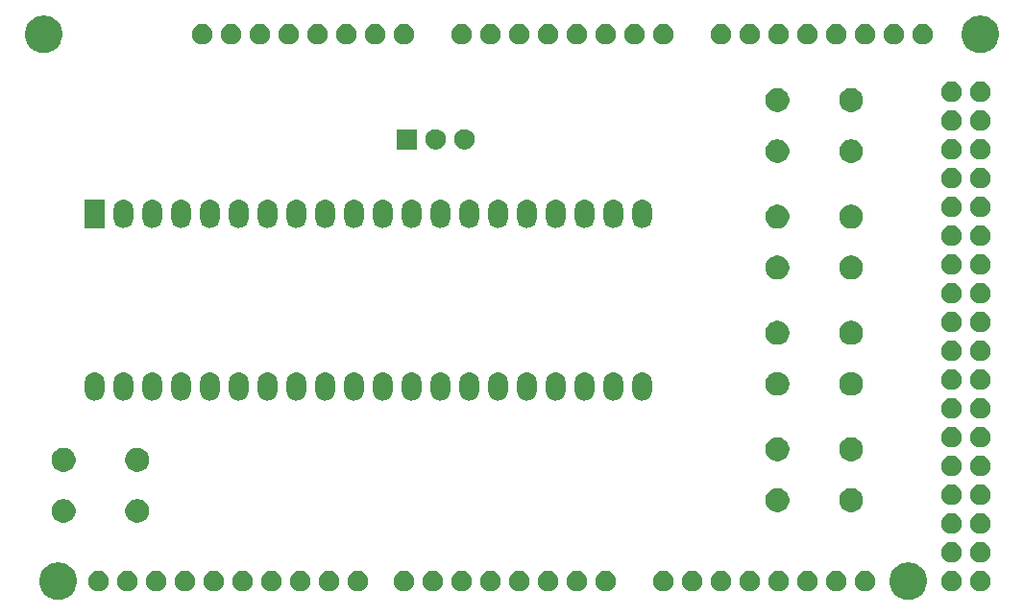
<source format=gbr>
G04 #@! TF.GenerationSoftware,KiCad,Pcbnew,(5.1.5)-2*
G04 #@! TF.CreationDate,2020-03-13T12:58:49+01:00*
G04 #@! TF.ProjectId,CDP1802_Tester,43445031-3830-4325-9f54-65737465722e,rev?*
G04 #@! TF.SameCoordinates,Original*
G04 #@! TF.FileFunction,Soldermask,Top*
G04 #@! TF.FilePolarity,Negative*
%FSLAX46Y46*%
G04 Gerber Fmt 4.6, Leading zero omitted, Abs format (unit mm)*
G04 Created by KiCad (PCBNEW (5.1.5)-2) date 2020-03-13 12:58:49*
%MOMM*%
%LPD*%
G04 APERTURE LIST*
%ADD10C,0.100000*%
G04 APERTURE END LIST*
D10*
G36*
X186120257Y-67006297D02*
G01*
X186226580Y-67027446D01*
X186527043Y-67151902D01*
X186797452Y-67332584D01*
X187027416Y-67562548D01*
X187208098Y-67832957D01*
X187208099Y-67832959D01*
X187332554Y-68133421D01*
X187396001Y-68452388D01*
X187396001Y-68777610D01*
X187332554Y-69096577D01*
X187237767Y-69325415D01*
X187208098Y-69397041D01*
X187027416Y-69667450D01*
X186797452Y-69897414D01*
X186527043Y-70078096D01*
X186226580Y-70202552D01*
X186120257Y-70223701D01*
X185907612Y-70265999D01*
X185582390Y-70265999D01*
X185369745Y-70223701D01*
X185263422Y-70202552D01*
X184962959Y-70078096D01*
X184692550Y-69897414D01*
X184462586Y-69667450D01*
X184281904Y-69397041D01*
X184252236Y-69325415D01*
X184157448Y-69096577D01*
X184094001Y-68777610D01*
X184094001Y-68452388D01*
X184157448Y-68133421D01*
X184281903Y-67832959D01*
X184281904Y-67832957D01*
X184462586Y-67562548D01*
X184692550Y-67332584D01*
X184962959Y-67151902D01*
X185263422Y-67027446D01*
X185369745Y-67006297D01*
X185582390Y-66963999D01*
X185907612Y-66963999D01*
X186120257Y-67006297D01*
G37*
G36*
X111190257Y-67006297D02*
G01*
X111296580Y-67027446D01*
X111597043Y-67151902D01*
X111867452Y-67332584D01*
X112097416Y-67562548D01*
X112278098Y-67832957D01*
X112278099Y-67832959D01*
X112402554Y-68133421D01*
X112466001Y-68452388D01*
X112466001Y-68777610D01*
X112402554Y-69096577D01*
X112307767Y-69325415D01*
X112278098Y-69397041D01*
X112097416Y-69667450D01*
X111867452Y-69897414D01*
X111597043Y-70078096D01*
X111296580Y-70202552D01*
X111190257Y-70223701D01*
X110977612Y-70265999D01*
X110652390Y-70265999D01*
X110439745Y-70223701D01*
X110333422Y-70202552D01*
X110032959Y-70078096D01*
X109762550Y-69897414D01*
X109532586Y-69667450D01*
X109351904Y-69397041D01*
X109322236Y-69325415D01*
X109227448Y-69096577D01*
X109164001Y-68777610D01*
X109164001Y-68452388D01*
X109227448Y-68133421D01*
X109351903Y-67832959D01*
X109351904Y-67832957D01*
X109532586Y-67562548D01*
X109762550Y-67332584D01*
X110032959Y-67151902D01*
X110333422Y-67027446D01*
X110439745Y-67006297D01*
X110652390Y-66963999D01*
X110977612Y-66963999D01*
X111190257Y-67006297D01*
G37*
G36*
X137497779Y-67735546D02*
G01*
X137664225Y-67804490D01*
X137814023Y-67904582D01*
X137941418Y-68031977D01*
X138041510Y-68181775D01*
X138110454Y-68348221D01*
X138145601Y-68524917D01*
X138145601Y-68705081D01*
X138110454Y-68881777D01*
X138041510Y-69048223D01*
X137941418Y-69198021D01*
X137814023Y-69325416D01*
X137664225Y-69425508D01*
X137497779Y-69494452D01*
X137321083Y-69529599D01*
X137140919Y-69529599D01*
X136964223Y-69494452D01*
X136797777Y-69425508D01*
X136647979Y-69325416D01*
X136520584Y-69198021D01*
X136420492Y-69048223D01*
X136351548Y-68881777D01*
X136316401Y-68705081D01*
X136316401Y-68524917D01*
X136351548Y-68348221D01*
X136420492Y-68181775D01*
X136520584Y-68031977D01*
X136647979Y-67904582D01*
X136797777Y-67804490D01*
X136964223Y-67735546D01*
X137140919Y-67700399D01*
X137321083Y-67700399D01*
X137497779Y-67735546D01*
G37*
G36*
X144101779Y-67735546D02*
G01*
X144268225Y-67804490D01*
X144418023Y-67904582D01*
X144545418Y-68031977D01*
X144645510Y-68181775D01*
X144714454Y-68348221D01*
X144749601Y-68524917D01*
X144749601Y-68705081D01*
X144714454Y-68881777D01*
X144645510Y-69048223D01*
X144545418Y-69198021D01*
X144418023Y-69325416D01*
X144268225Y-69425508D01*
X144101779Y-69494452D01*
X143925083Y-69529599D01*
X143744919Y-69529599D01*
X143568223Y-69494452D01*
X143401777Y-69425508D01*
X143251979Y-69325416D01*
X143124584Y-69198021D01*
X143024492Y-69048223D01*
X142955548Y-68881777D01*
X142920401Y-68705081D01*
X142920401Y-68524917D01*
X142955548Y-68348221D01*
X143024492Y-68181775D01*
X143124584Y-68031977D01*
X143251979Y-67904582D01*
X143401777Y-67804490D01*
X143568223Y-67735546D01*
X143744919Y-67700399D01*
X143925083Y-67700399D01*
X144101779Y-67735546D01*
G37*
G36*
X129877779Y-67735546D02*
G01*
X130044225Y-67804490D01*
X130194023Y-67904582D01*
X130321418Y-68031977D01*
X130421510Y-68181775D01*
X130490454Y-68348221D01*
X130525601Y-68524917D01*
X130525601Y-68705081D01*
X130490454Y-68881777D01*
X130421510Y-69048223D01*
X130321418Y-69198021D01*
X130194023Y-69325416D01*
X130044225Y-69425508D01*
X129877779Y-69494452D01*
X129701083Y-69529599D01*
X129520919Y-69529599D01*
X129344223Y-69494452D01*
X129177777Y-69425508D01*
X129027979Y-69325416D01*
X128900584Y-69198021D01*
X128800492Y-69048223D01*
X128731548Y-68881777D01*
X128696401Y-68705081D01*
X128696401Y-68524917D01*
X128731548Y-68348221D01*
X128800492Y-68181775D01*
X128900584Y-68031977D01*
X129027979Y-67904582D01*
X129177777Y-67804490D01*
X129344223Y-67735546D01*
X129520919Y-67700399D01*
X129701083Y-67700399D01*
X129877779Y-67735546D01*
G37*
G36*
X127337779Y-67735546D02*
G01*
X127504225Y-67804490D01*
X127654023Y-67904582D01*
X127781418Y-68031977D01*
X127881510Y-68181775D01*
X127950454Y-68348221D01*
X127985601Y-68524917D01*
X127985601Y-68705081D01*
X127950454Y-68881777D01*
X127881510Y-69048223D01*
X127781418Y-69198021D01*
X127654023Y-69325416D01*
X127504225Y-69425508D01*
X127337779Y-69494452D01*
X127161083Y-69529599D01*
X126980919Y-69529599D01*
X126804223Y-69494452D01*
X126637777Y-69425508D01*
X126487979Y-69325416D01*
X126360584Y-69198021D01*
X126260492Y-69048223D01*
X126191548Y-68881777D01*
X126156401Y-68705081D01*
X126156401Y-68524917D01*
X126191548Y-68348221D01*
X126260492Y-68181775D01*
X126360584Y-68031977D01*
X126487979Y-67904582D01*
X126637777Y-67804490D01*
X126804223Y-67735546D01*
X126980919Y-67700399D01*
X127161083Y-67700399D01*
X127337779Y-67735546D01*
G37*
G36*
X124797779Y-67735546D02*
G01*
X124964225Y-67804490D01*
X125114023Y-67904582D01*
X125241418Y-68031977D01*
X125341510Y-68181775D01*
X125410454Y-68348221D01*
X125445601Y-68524917D01*
X125445601Y-68705081D01*
X125410454Y-68881777D01*
X125341510Y-69048223D01*
X125241418Y-69198021D01*
X125114023Y-69325416D01*
X124964225Y-69425508D01*
X124797779Y-69494452D01*
X124621083Y-69529599D01*
X124440919Y-69529599D01*
X124264223Y-69494452D01*
X124097777Y-69425508D01*
X123947979Y-69325416D01*
X123820584Y-69198021D01*
X123720492Y-69048223D01*
X123651548Y-68881777D01*
X123616401Y-68705081D01*
X123616401Y-68524917D01*
X123651548Y-68348221D01*
X123720492Y-68181775D01*
X123820584Y-68031977D01*
X123947979Y-67904582D01*
X124097777Y-67804490D01*
X124264223Y-67735546D01*
X124440919Y-67700399D01*
X124621083Y-67700399D01*
X124797779Y-67735546D01*
G37*
G36*
X119717779Y-67735546D02*
G01*
X119884225Y-67804490D01*
X120034023Y-67904582D01*
X120161418Y-68031977D01*
X120261510Y-68181775D01*
X120330454Y-68348221D01*
X120365601Y-68524917D01*
X120365601Y-68705081D01*
X120330454Y-68881777D01*
X120261510Y-69048223D01*
X120161418Y-69198021D01*
X120034023Y-69325416D01*
X119884225Y-69425508D01*
X119717779Y-69494452D01*
X119541083Y-69529599D01*
X119360919Y-69529599D01*
X119184223Y-69494452D01*
X119017777Y-69425508D01*
X118867979Y-69325416D01*
X118740584Y-69198021D01*
X118640492Y-69048223D01*
X118571548Y-68881777D01*
X118536401Y-68705081D01*
X118536401Y-68524917D01*
X118571548Y-68348221D01*
X118640492Y-68181775D01*
X118740584Y-68031977D01*
X118867979Y-67904582D01*
X119017777Y-67804490D01*
X119184223Y-67735546D01*
X119360919Y-67700399D01*
X119541083Y-67700399D01*
X119717779Y-67735546D01*
G37*
G36*
X117177779Y-67735546D02*
G01*
X117344225Y-67804490D01*
X117494023Y-67904582D01*
X117621418Y-68031977D01*
X117721510Y-68181775D01*
X117790454Y-68348221D01*
X117825601Y-68524917D01*
X117825601Y-68705081D01*
X117790454Y-68881777D01*
X117721510Y-69048223D01*
X117621418Y-69198021D01*
X117494023Y-69325416D01*
X117344225Y-69425508D01*
X117177779Y-69494452D01*
X117001083Y-69529599D01*
X116820919Y-69529599D01*
X116644223Y-69494452D01*
X116477777Y-69425508D01*
X116327979Y-69325416D01*
X116200584Y-69198021D01*
X116100492Y-69048223D01*
X116031548Y-68881777D01*
X115996401Y-68705081D01*
X115996401Y-68524917D01*
X116031548Y-68348221D01*
X116100492Y-68181775D01*
X116200584Y-68031977D01*
X116327979Y-67904582D01*
X116477777Y-67804490D01*
X116644223Y-67735546D01*
X116820919Y-67700399D01*
X117001083Y-67700399D01*
X117177779Y-67735546D01*
G37*
G36*
X114637779Y-67735546D02*
G01*
X114804225Y-67804490D01*
X114954023Y-67904582D01*
X115081418Y-68031977D01*
X115181510Y-68181775D01*
X115250454Y-68348221D01*
X115285601Y-68524917D01*
X115285601Y-68705081D01*
X115250454Y-68881777D01*
X115181510Y-69048223D01*
X115081418Y-69198021D01*
X114954023Y-69325416D01*
X114804225Y-69425508D01*
X114637779Y-69494452D01*
X114461083Y-69529599D01*
X114280919Y-69529599D01*
X114104223Y-69494452D01*
X113937777Y-69425508D01*
X113787979Y-69325416D01*
X113660584Y-69198021D01*
X113560492Y-69048223D01*
X113491548Y-68881777D01*
X113456401Y-68705081D01*
X113456401Y-68524917D01*
X113491548Y-68348221D01*
X113560492Y-68181775D01*
X113660584Y-68031977D01*
X113787979Y-67904582D01*
X113937777Y-67804490D01*
X114104223Y-67735546D01*
X114280919Y-67700399D01*
X114461083Y-67700399D01*
X114637779Y-67735546D01*
G37*
G36*
X192361779Y-67735546D02*
G01*
X192528225Y-67804490D01*
X192678023Y-67904582D01*
X192805418Y-68031977D01*
X192905510Y-68181775D01*
X192974454Y-68348221D01*
X193009601Y-68524917D01*
X193009601Y-68705081D01*
X192974454Y-68881777D01*
X192905510Y-69048223D01*
X192805418Y-69198021D01*
X192678023Y-69325416D01*
X192528225Y-69425508D01*
X192361779Y-69494452D01*
X192185083Y-69529599D01*
X192004919Y-69529599D01*
X191828223Y-69494452D01*
X191661777Y-69425508D01*
X191511979Y-69325416D01*
X191384584Y-69198021D01*
X191284492Y-69048223D01*
X191215548Y-68881777D01*
X191180401Y-68705081D01*
X191180401Y-68524917D01*
X191215548Y-68348221D01*
X191284492Y-68181775D01*
X191384584Y-68031977D01*
X191511979Y-67904582D01*
X191661777Y-67804490D01*
X191828223Y-67735546D01*
X192004919Y-67700399D01*
X192185083Y-67700399D01*
X192361779Y-67735546D01*
G37*
G36*
X132417779Y-67735546D02*
G01*
X132584225Y-67804490D01*
X132734023Y-67904582D01*
X132861418Y-68031977D01*
X132961510Y-68181775D01*
X133030454Y-68348221D01*
X133065601Y-68524917D01*
X133065601Y-68705081D01*
X133030454Y-68881777D01*
X132961510Y-69048223D01*
X132861418Y-69198021D01*
X132734023Y-69325416D01*
X132584225Y-69425508D01*
X132417779Y-69494452D01*
X132241083Y-69529599D01*
X132060919Y-69529599D01*
X131884223Y-69494452D01*
X131717777Y-69425508D01*
X131567979Y-69325416D01*
X131440584Y-69198021D01*
X131340492Y-69048223D01*
X131271548Y-68881777D01*
X131236401Y-68705081D01*
X131236401Y-68524917D01*
X131271548Y-68348221D01*
X131340492Y-68181775D01*
X131440584Y-68031977D01*
X131567979Y-67904582D01*
X131717777Y-67804490D01*
X131884223Y-67735546D01*
X132060919Y-67700399D01*
X132241083Y-67700399D01*
X132417779Y-67735546D01*
G37*
G36*
X134957779Y-67735546D02*
G01*
X135124225Y-67804490D01*
X135274023Y-67904582D01*
X135401418Y-68031977D01*
X135501510Y-68181775D01*
X135570454Y-68348221D01*
X135605601Y-68524917D01*
X135605601Y-68705081D01*
X135570454Y-68881777D01*
X135501510Y-69048223D01*
X135401418Y-69198021D01*
X135274023Y-69325416D01*
X135124225Y-69425508D01*
X134957779Y-69494452D01*
X134781083Y-69529599D01*
X134600919Y-69529599D01*
X134424223Y-69494452D01*
X134257777Y-69425508D01*
X134107979Y-69325416D01*
X133980584Y-69198021D01*
X133880492Y-69048223D01*
X133811548Y-68881777D01*
X133776401Y-68705081D01*
X133776401Y-68524917D01*
X133811548Y-68348221D01*
X133880492Y-68181775D01*
X133980584Y-68031977D01*
X134107979Y-67904582D01*
X134257777Y-67804490D01*
X134424223Y-67735546D01*
X134600919Y-67700399D01*
X134781083Y-67700399D01*
X134957779Y-67735546D01*
G37*
G36*
X122257779Y-67735546D02*
G01*
X122424225Y-67804490D01*
X122574023Y-67904582D01*
X122701418Y-68031977D01*
X122801510Y-68181775D01*
X122870454Y-68348221D01*
X122905601Y-68524917D01*
X122905601Y-68705081D01*
X122870454Y-68881777D01*
X122801510Y-69048223D01*
X122701418Y-69198021D01*
X122574023Y-69325416D01*
X122424225Y-69425508D01*
X122257779Y-69494452D01*
X122081083Y-69529599D01*
X121900919Y-69529599D01*
X121724223Y-69494452D01*
X121557777Y-69425508D01*
X121407979Y-69325416D01*
X121280584Y-69198021D01*
X121180492Y-69048223D01*
X121111548Y-68881777D01*
X121076401Y-68705081D01*
X121076401Y-68524917D01*
X121111548Y-68348221D01*
X121180492Y-68181775D01*
X121280584Y-68031977D01*
X121407979Y-67904582D01*
X121557777Y-67804490D01*
X121724223Y-67735546D01*
X121900919Y-67700399D01*
X122081083Y-67700399D01*
X122257779Y-67735546D01*
G37*
G36*
X141561779Y-67735546D02*
G01*
X141728225Y-67804490D01*
X141878023Y-67904582D01*
X142005418Y-68031977D01*
X142105510Y-68181775D01*
X142174454Y-68348221D01*
X142209601Y-68524917D01*
X142209601Y-68705081D01*
X142174454Y-68881777D01*
X142105510Y-69048223D01*
X142005418Y-69198021D01*
X141878023Y-69325416D01*
X141728225Y-69425508D01*
X141561779Y-69494452D01*
X141385083Y-69529599D01*
X141204919Y-69529599D01*
X141028223Y-69494452D01*
X140861777Y-69425508D01*
X140711979Y-69325416D01*
X140584584Y-69198021D01*
X140484492Y-69048223D01*
X140415548Y-68881777D01*
X140380401Y-68705081D01*
X140380401Y-68524917D01*
X140415548Y-68348221D01*
X140484492Y-68181775D01*
X140584584Y-68031977D01*
X140711979Y-67904582D01*
X140861777Y-67804490D01*
X141028223Y-67735546D01*
X141204919Y-67700399D01*
X141385083Y-67700399D01*
X141561779Y-67735546D01*
G37*
G36*
X146641779Y-67735546D02*
G01*
X146808225Y-67804490D01*
X146958023Y-67904582D01*
X147085418Y-68031977D01*
X147185510Y-68181775D01*
X147254454Y-68348221D01*
X147289601Y-68524917D01*
X147289601Y-68705081D01*
X147254454Y-68881777D01*
X147185510Y-69048223D01*
X147085418Y-69198021D01*
X146958023Y-69325416D01*
X146808225Y-69425508D01*
X146641779Y-69494452D01*
X146465083Y-69529599D01*
X146284919Y-69529599D01*
X146108223Y-69494452D01*
X145941777Y-69425508D01*
X145791979Y-69325416D01*
X145664584Y-69198021D01*
X145564492Y-69048223D01*
X145495548Y-68881777D01*
X145460401Y-68705081D01*
X145460401Y-68524917D01*
X145495548Y-68348221D01*
X145564492Y-68181775D01*
X145664584Y-68031977D01*
X145791979Y-67904582D01*
X145941777Y-67804490D01*
X146108223Y-67735546D01*
X146284919Y-67700399D01*
X146465083Y-67700399D01*
X146641779Y-67735546D01*
G37*
G36*
X177121779Y-67735546D02*
G01*
X177288225Y-67804490D01*
X177438023Y-67904582D01*
X177565418Y-68031977D01*
X177665510Y-68181775D01*
X177734454Y-68348221D01*
X177769601Y-68524917D01*
X177769601Y-68705081D01*
X177734454Y-68881777D01*
X177665510Y-69048223D01*
X177565418Y-69198021D01*
X177438023Y-69325416D01*
X177288225Y-69425508D01*
X177121779Y-69494452D01*
X176945083Y-69529599D01*
X176764919Y-69529599D01*
X176588223Y-69494452D01*
X176421777Y-69425508D01*
X176271979Y-69325416D01*
X176144584Y-69198021D01*
X176044492Y-69048223D01*
X175975548Y-68881777D01*
X175940401Y-68705081D01*
X175940401Y-68524917D01*
X175975548Y-68348221D01*
X176044492Y-68181775D01*
X176144584Y-68031977D01*
X176271979Y-67904582D01*
X176421777Y-67804490D01*
X176588223Y-67735546D01*
X176764919Y-67700399D01*
X176945083Y-67700399D01*
X177121779Y-67735546D01*
G37*
G36*
X189821779Y-67735546D02*
G01*
X189988225Y-67804490D01*
X190138023Y-67904582D01*
X190265418Y-68031977D01*
X190365510Y-68181775D01*
X190434454Y-68348221D01*
X190469601Y-68524917D01*
X190469601Y-68705081D01*
X190434454Y-68881777D01*
X190365510Y-69048223D01*
X190265418Y-69198021D01*
X190138023Y-69325416D01*
X189988225Y-69425508D01*
X189821779Y-69494452D01*
X189645083Y-69529599D01*
X189464919Y-69529599D01*
X189288223Y-69494452D01*
X189121777Y-69425508D01*
X188971979Y-69325416D01*
X188844584Y-69198021D01*
X188744492Y-69048223D01*
X188675548Y-68881777D01*
X188640401Y-68705081D01*
X188640401Y-68524917D01*
X188675548Y-68348221D01*
X188744492Y-68181775D01*
X188844584Y-68031977D01*
X188971979Y-67904582D01*
X189121777Y-67804490D01*
X189288223Y-67735546D01*
X189464919Y-67700399D01*
X189645083Y-67700399D01*
X189821779Y-67735546D01*
G37*
G36*
X182201779Y-67735546D02*
G01*
X182368225Y-67804490D01*
X182518023Y-67904582D01*
X182645418Y-68031977D01*
X182745510Y-68181775D01*
X182814454Y-68348221D01*
X182849601Y-68524917D01*
X182849601Y-68705081D01*
X182814454Y-68881777D01*
X182745510Y-69048223D01*
X182645418Y-69198021D01*
X182518023Y-69325416D01*
X182368225Y-69425508D01*
X182201779Y-69494452D01*
X182025083Y-69529599D01*
X181844919Y-69529599D01*
X181668223Y-69494452D01*
X181501777Y-69425508D01*
X181351979Y-69325416D01*
X181224584Y-69198021D01*
X181124492Y-69048223D01*
X181055548Y-68881777D01*
X181020401Y-68705081D01*
X181020401Y-68524917D01*
X181055548Y-68348221D01*
X181124492Y-68181775D01*
X181224584Y-68031977D01*
X181351979Y-67904582D01*
X181501777Y-67804490D01*
X181668223Y-67735546D01*
X181844919Y-67700399D01*
X182025083Y-67700399D01*
X182201779Y-67735546D01*
G37*
G36*
X179661779Y-67735546D02*
G01*
X179828225Y-67804490D01*
X179978023Y-67904582D01*
X180105418Y-68031977D01*
X180205510Y-68181775D01*
X180274454Y-68348221D01*
X180309601Y-68524917D01*
X180309601Y-68705081D01*
X180274454Y-68881777D01*
X180205510Y-69048223D01*
X180105418Y-69198021D01*
X179978023Y-69325416D01*
X179828225Y-69425508D01*
X179661779Y-69494452D01*
X179485083Y-69529599D01*
X179304919Y-69529599D01*
X179128223Y-69494452D01*
X178961777Y-69425508D01*
X178811979Y-69325416D01*
X178684584Y-69198021D01*
X178584492Y-69048223D01*
X178515548Y-68881777D01*
X178480401Y-68705081D01*
X178480401Y-68524917D01*
X178515548Y-68348221D01*
X178584492Y-68181775D01*
X178684584Y-68031977D01*
X178811979Y-67904582D01*
X178961777Y-67804490D01*
X179128223Y-67735546D01*
X179304919Y-67700399D01*
X179485083Y-67700399D01*
X179661779Y-67735546D01*
G37*
G36*
X149181779Y-67735546D02*
G01*
X149348225Y-67804490D01*
X149498023Y-67904582D01*
X149625418Y-68031977D01*
X149725510Y-68181775D01*
X149794454Y-68348221D01*
X149829601Y-68524917D01*
X149829601Y-68705081D01*
X149794454Y-68881777D01*
X149725510Y-69048223D01*
X149625418Y-69198021D01*
X149498023Y-69325416D01*
X149348225Y-69425508D01*
X149181779Y-69494452D01*
X149005083Y-69529599D01*
X148824919Y-69529599D01*
X148648223Y-69494452D01*
X148481777Y-69425508D01*
X148331979Y-69325416D01*
X148204584Y-69198021D01*
X148104492Y-69048223D01*
X148035548Y-68881777D01*
X148000401Y-68705081D01*
X148000401Y-68524917D01*
X148035548Y-68348221D01*
X148104492Y-68181775D01*
X148204584Y-68031977D01*
X148331979Y-67904582D01*
X148481777Y-67804490D01*
X148648223Y-67735546D01*
X148824919Y-67700399D01*
X149005083Y-67700399D01*
X149181779Y-67735546D01*
G37*
G36*
X174581779Y-67735546D02*
G01*
X174748225Y-67804490D01*
X174898023Y-67904582D01*
X175025418Y-68031977D01*
X175125510Y-68181775D01*
X175194454Y-68348221D01*
X175229601Y-68524917D01*
X175229601Y-68705081D01*
X175194454Y-68881777D01*
X175125510Y-69048223D01*
X175025418Y-69198021D01*
X174898023Y-69325416D01*
X174748225Y-69425508D01*
X174581779Y-69494452D01*
X174405083Y-69529599D01*
X174224919Y-69529599D01*
X174048223Y-69494452D01*
X173881777Y-69425508D01*
X173731979Y-69325416D01*
X173604584Y-69198021D01*
X173504492Y-69048223D01*
X173435548Y-68881777D01*
X173400401Y-68705081D01*
X173400401Y-68524917D01*
X173435548Y-68348221D01*
X173504492Y-68181775D01*
X173604584Y-68031977D01*
X173731979Y-67904582D01*
X173881777Y-67804490D01*
X174048223Y-67735546D01*
X174224919Y-67700399D01*
X174405083Y-67700399D01*
X174581779Y-67735546D01*
G37*
G36*
X172041779Y-67735546D02*
G01*
X172208225Y-67804490D01*
X172358023Y-67904582D01*
X172485418Y-68031977D01*
X172585510Y-68181775D01*
X172654454Y-68348221D01*
X172689601Y-68524917D01*
X172689601Y-68705081D01*
X172654454Y-68881777D01*
X172585510Y-69048223D01*
X172485418Y-69198021D01*
X172358023Y-69325416D01*
X172208225Y-69425508D01*
X172041779Y-69494452D01*
X171865083Y-69529599D01*
X171684919Y-69529599D01*
X171508223Y-69494452D01*
X171341777Y-69425508D01*
X171191979Y-69325416D01*
X171064584Y-69198021D01*
X170964492Y-69048223D01*
X170895548Y-68881777D01*
X170860401Y-68705081D01*
X170860401Y-68524917D01*
X170895548Y-68348221D01*
X170964492Y-68181775D01*
X171064584Y-68031977D01*
X171191979Y-67904582D01*
X171341777Y-67804490D01*
X171508223Y-67735546D01*
X171684919Y-67700399D01*
X171865083Y-67700399D01*
X172041779Y-67735546D01*
G37*
G36*
X169501779Y-67735546D02*
G01*
X169668225Y-67804490D01*
X169818023Y-67904582D01*
X169945418Y-68031977D01*
X170045510Y-68181775D01*
X170114454Y-68348221D01*
X170149601Y-68524917D01*
X170149601Y-68705081D01*
X170114454Y-68881777D01*
X170045510Y-69048223D01*
X169945418Y-69198021D01*
X169818023Y-69325416D01*
X169668225Y-69425508D01*
X169501779Y-69494452D01*
X169325083Y-69529599D01*
X169144919Y-69529599D01*
X168968223Y-69494452D01*
X168801777Y-69425508D01*
X168651979Y-69325416D01*
X168524584Y-69198021D01*
X168424492Y-69048223D01*
X168355548Y-68881777D01*
X168320401Y-68705081D01*
X168320401Y-68524917D01*
X168355548Y-68348221D01*
X168424492Y-68181775D01*
X168524584Y-68031977D01*
X168651979Y-67904582D01*
X168801777Y-67804490D01*
X168968223Y-67735546D01*
X169144919Y-67700399D01*
X169325083Y-67700399D01*
X169501779Y-67735546D01*
G37*
G36*
X166961779Y-67735546D02*
G01*
X167128225Y-67804490D01*
X167278023Y-67904582D01*
X167405418Y-68031977D01*
X167505510Y-68181775D01*
X167574454Y-68348221D01*
X167609601Y-68524917D01*
X167609601Y-68705081D01*
X167574454Y-68881777D01*
X167505510Y-69048223D01*
X167405418Y-69198021D01*
X167278023Y-69325416D01*
X167128225Y-69425508D01*
X166961779Y-69494452D01*
X166785083Y-69529599D01*
X166604919Y-69529599D01*
X166428223Y-69494452D01*
X166261777Y-69425508D01*
X166111979Y-69325416D01*
X165984584Y-69198021D01*
X165884492Y-69048223D01*
X165815548Y-68881777D01*
X165780401Y-68705081D01*
X165780401Y-68524917D01*
X165815548Y-68348221D01*
X165884492Y-68181775D01*
X165984584Y-68031977D01*
X166111979Y-67904582D01*
X166261777Y-67804490D01*
X166428223Y-67735546D01*
X166604919Y-67700399D01*
X166785083Y-67700399D01*
X166961779Y-67735546D01*
G37*
G36*
X164421779Y-67735546D02*
G01*
X164588225Y-67804490D01*
X164738023Y-67904582D01*
X164865418Y-68031977D01*
X164965510Y-68181775D01*
X165034454Y-68348221D01*
X165069601Y-68524917D01*
X165069601Y-68705081D01*
X165034454Y-68881777D01*
X164965510Y-69048223D01*
X164865418Y-69198021D01*
X164738023Y-69325416D01*
X164588225Y-69425508D01*
X164421779Y-69494452D01*
X164245083Y-69529599D01*
X164064919Y-69529599D01*
X163888223Y-69494452D01*
X163721777Y-69425508D01*
X163571979Y-69325416D01*
X163444584Y-69198021D01*
X163344492Y-69048223D01*
X163275548Y-68881777D01*
X163240401Y-68705081D01*
X163240401Y-68524917D01*
X163275548Y-68348221D01*
X163344492Y-68181775D01*
X163444584Y-68031977D01*
X163571979Y-67904582D01*
X163721777Y-67804490D01*
X163888223Y-67735546D01*
X164064919Y-67700399D01*
X164245083Y-67700399D01*
X164421779Y-67735546D01*
G37*
G36*
X159341779Y-67735546D02*
G01*
X159508225Y-67804490D01*
X159658023Y-67904582D01*
X159785418Y-68031977D01*
X159885510Y-68181775D01*
X159954454Y-68348221D01*
X159989601Y-68524917D01*
X159989601Y-68705081D01*
X159954454Y-68881777D01*
X159885510Y-69048223D01*
X159785418Y-69198021D01*
X159658023Y-69325416D01*
X159508225Y-69425508D01*
X159341779Y-69494452D01*
X159165083Y-69529599D01*
X158984919Y-69529599D01*
X158808223Y-69494452D01*
X158641777Y-69425508D01*
X158491979Y-69325416D01*
X158364584Y-69198021D01*
X158264492Y-69048223D01*
X158195548Y-68881777D01*
X158160401Y-68705081D01*
X158160401Y-68524917D01*
X158195548Y-68348221D01*
X158264492Y-68181775D01*
X158364584Y-68031977D01*
X158491979Y-67904582D01*
X158641777Y-67804490D01*
X158808223Y-67735546D01*
X158984919Y-67700399D01*
X159165083Y-67700399D01*
X159341779Y-67735546D01*
G37*
G36*
X156801779Y-67735546D02*
G01*
X156968225Y-67804490D01*
X157118023Y-67904582D01*
X157245418Y-68031977D01*
X157345510Y-68181775D01*
X157414454Y-68348221D01*
X157449601Y-68524917D01*
X157449601Y-68705081D01*
X157414454Y-68881777D01*
X157345510Y-69048223D01*
X157245418Y-69198021D01*
X157118023Y-69325416D01*
X156968225Y-69425508D01*
X156801779Y-69494452D01*
X156625083Y-69529599D01*
X156444919Y-69529599D01*
X156268223Y-69494452D01*
X156101777Y-69425508D01*
X155951979Y-69325416D01*
X155824584Y-69198021D01*
X155724492Y-69048223D01*
X155655548Y-68881777D01*
X155620401Y-68705081D01*
X155620401Y-68524917D01*
X155655548Y-68348221D01*
X155724492Y-68181775D01*
X155824584Y-68031977D01*
X155951979Y-67904582D01*
X156101777Y-67804490D01*
X156268223Y-67735546D01*
X156444919Y-67700399D01*
X156625083Y-67700399D01*
X156801779Y-67735546D01*
G37*
G36*
X154261779Y-67735546D02*
G01*
X154428225Y-67804490D01*
X154578023Y-67904582D01*
X154705418Y-68031977D01*
X154805510Y-68181775D01*
X154874454Y-68348221D01*
X154909601Y-68524917D01*
X154909601Y-68705081D01*
X154874454Y-68881777D01*
X154805510Y-69048223D01*
X154705418Y-69198021D01*
X154578023Y-69325416D01*
X154428225Y-69425508D01*
X154261779Y-69494452D01*
X154085083Y-69529599D01*
X153904919Y-69529599D01*
X153728223Y-69494452D01*
X153561777Y-69425508D01*
X153411979Y-69325416D01*
X153284584Y-69198021D01*
X153184492Y-69048223D01*
X153115548Y-68881777D01*
X153080401Y-68705081D01*
X153080401Y-68524917D01*
X153115548Y-68348221D01*
X153184492Y-68181775D01*
X153284584Y-68031977D01*
X153411979Y-67904582D01*
X153561777Y-67804490D01*
X153728223Y-67735546D01*
X153904919Y-67700399D01*
X154085083Y-67700399D01*
X154261779Y-67735546D01*
G37*
G36*
X151721779Y-67735546D02*
G01*
X151888225Y-67804490D01*
X152038023Y-67904582D01*
X152165418Y-68031977D01*
X152265510Y-68181775D01*
X152334454Y-68348221D01*
X152369601Y-68524917D01*
X152369601Y-68705081D01*
X152334454Y-68881777D01*
X152265510Y-69048223D01*
X152165418Y-69198021D01*
X152038023Y-69325416D01*
X151888225Y-69425508D01*
X151721779Y-69494452D01*
X151545083Y-69529599D01*
X151364919Y-69529599D01*
X151188223Y-69494452D01*
X151021777Y-69425508D01*
X150871979Y-69325416D01*
X150744584Y-69198021D01*
X150644492Y-69048223D01*
X150575548Y-68881777D01*
X150540401Y-68705081D01*
X150540401Y-68524917D01*
X150575548Y-68348221D01*
X150644492Y-68181775D01*
X150744584Y-68031977D01*
X150871979Y-67904582D01*
X151021777Y-67804490D01*
X151188223Y-67735546D01*
X151364919Y-67700399D01*
X151545083Y-67700399D01*
X151721779Y-67735546D01*
G37*
G36*
X192361779Y-65195546D02*
G01*
X192528225Y-65264490D01*
X192678023Y-65364582D01*
X192805418Y-65491977D01*
X192905510Y-65641775D01*
X192974454Y-65808221D01*
X193009601Y-65984917D01*
X193009601Y-66165081D01*
X192974454Y-66341777D01*
X192905510Y-66508223D01*
X192805418Y-66658021D01*
X192678023Y-66785416D01*
X192528225Y-66885508D01*
X192361779Y-66954452D01*
X192185083Y-66989599D01*
X192004919Y-66989599D01*
X191828223Y-66954452D01*
X191661777Y-66885508D01*
X191511979Y-66785416D01*
X191384584Y-66658021D01*
X191284492Y-66508223D01*
X191215548Y-66341777D01*
X191180401Y-66165081D01*
X191180401Y-65984917D01*
X191215548Y-65808221D01*
X191284492Y-65641775D01*
X191384584Y-65491977D01*
X191511979Y-65364582D01*
X191661777Y-65264490D01*
X191828223Y-65195546D01*
X192004919Y-65160399D01*
X192185083Y-65160399D01*
X192361779Y-65195546D01*
G37*
G36*
X189821779Y-65195546D02*
G01*
X189988225Y-65264490D01*
X190138023Y-65364582D01*
X190265418Y-65491977D01*
X190365510Y-65641775D01*
X190434454Y-65808221D01*
X190469601Y-65984917D01*
X190469601Y-66165081D01*
X190434454Y-66341777D01*
X190365510Y-66508223D01*
X190265418Y-66658021D01*
X190138023Y-66785416D01*
X189988225Y-66885508D01*
X189821779Y-66954452D01*
X189645083Y-66989599D01*
X189464919Y-66989599D01*
X189288223Y-66954452D01*
X189121777Y-66885508D01*
X188971979Y-66785416D01*
X188844584Y-66658021D01*
X188744492Y-66508223D01*
X188675548Y-66341777D01*
X188640401Y-66165081D01*
X188640401Y-65984917D01*
X188675548Y-65808221D01*
X188744492Y-65641775D01*
X188844584Y-65491977D01*
X188971979Y-65364582D01*
X189121777Y-65264490D01*
X189288223Y-65195546D01*
X189464919Y-65160399D01*
X189645083Y-65160399D01*
X189821779Y-65195546D01*
G37*
G36*
X189821779Y-62655546D02*
G01*
X189988225Y-62724490D01*
X190138023Y-62824582D01*
X190265418Y-62951977D01*
X190365510Y-63101775D01*
X190434454Y-63268221D01*
X190469601Y-63444917D01*
X190469601Y-63625081D01*
X190434454Y-63801777D01*
X190365510Y-63968223D01*
X190265418Y-64118021D01*
X190138023Y-64245416D01*
X189988225Y-64345508D01*
X189821779Y-64414452D01*
X189645083Y-64449599D01*
X189464919Y-64449599D01*
X189288223Y-64414452D01*
X189121777Y-64345508D01*
X188971979Y-64245416D01*
X188844584Y-64118021D01*
X188744492Y-63968223D01*
X188675548Y-63801777D01*
X188640401Y-63625081D01*
X188640401Y-63444917D01*
X188675548Y-63268221D01*
X188744492Y-63101775D01*
X188844584Y-62951977D01*
X188971979Y-62824582D01*
X189121777Y-62724490D01*
X189288223Y-62655546D01*
X189464919Y-62620399D01*
X189645083Y-62620399D01*
X189821779Y-62655546D01*
G37*
G36*
X192361779Y-62655546D02*
G01*
X192528225Y-62724490D01*
X192678023Y-62824582D01*
X192805418Y-62951977D01*
X192905510Y-63101775D01*
X192974454Y-63268221D01*
X193009601Y-63444917D01*
X193009601Y-63625081D01*
X192974454Y-63801777D01*
X192905510Y-63968223D01*
X192805418Y-64118021D01*
X192678023Y-64245416D01*
X192528225Y-64345508D01*
X192361779Y-64414452D01*
X192185083Y-64449599D01*
X192004919Y-64449599D01*
X191828223Y-64414452D01*
X191661777Y-64345508D01*
X191511979Y-64245416D01*
X191384584Y-64118021D01*
X191284492Y-63968223D01*
X191215548Y-63801777D01*
X191180401Y-63625081D01*
X191180401Y-63444917D01*
X191215548Y-63268221D01*
X191284492Y-63101775D01*
X191384584Y-62951977D01*
X191511979Y-62824582D01*
X191661777Y-62724490D01*
X191828223Y-62655546D01*
X192004919Y-62620399D01*
X192185083Y-62620399D01*
X192361779Y-62655546D01*
G37*
G36*
X111596564Y-61409389D02*
G01*
X111787833Y-61488615D01*
X111787835Y-61488616D01*
X111959973Y-61603635D01*
X112106365Y-61750027D01*
X112212988Y-61909599D01*
X112221385Y-61922167D01*
X112300611Y-62113436D01*
X112341000Y-62316484D01*
X112341000Y-62523516D01*
X112300611Y-62726564D01*
X112260010Y-62824583D01*
X112221384Y-62917835D01*
X112106365Y-63089973D01*
X111959973Y-63236365D01*
X111787835Y-63351384D01*
X111787834Y-63351385D01*
X111787833Y-63351385D01*
X111596564Y-63430611D01*
X111393516Y-63471000D01*
X111186484Y-63471000D01*
X110983436Y-63430611D01*
X110792167Y-63351385D01*
X110792166Y-63351385D01*
X110792165Y-63351384D01*
X110620027Y-63236365D01*
X110473635Y-63089973D01*
X110358616Y-62917835D01*
X110319990Y-62824583D01*
X110279389Y-62726564D01*
X110239000Y-62523516D01*
X110239000Y-62316484D01*
X110279389Y-62113436D01*
X110358615Y-61922167D01*
X110367013Y-61909599D01*
X110473635Y-61750027D01*
X110620027Y-61603635D01*
X110792165Y-61488616D01*
X110792167Y-61488615D01*
X110983436Y-61409389D01*
X111186484Y-61369000D01*
X111393516Y-61369000D01*
X111596564Y-61409389D01*
G37*
G36*
X118096564Y-61409389D02*
G01*
X118287833Y-61488615D01*
X118287835Y-61488616D01*
X118459973Y-61603635D01*
X118606365Y-61750027D01*
X118712988Y-61909599D01*
X118721385Y-61922167D01*
X118800611Y-62113436D01*
X118841000Y-62316484D01*
X118841000Y-62523516D01*
X118800611Y-62726564D01*
X118760010Y-62824583D01*
X118721384Y-62917835D01*
X118606365Y-63089973D01*
X118459973Y-63236365D01*
X118287835Y-63351384D01*
X118287834Y-63351385D01*
X118287833Y-63351385D01*
X118096564Y-63430611D01*
X117893516Y-63471000D01*
X117686484Y-63471000D01*
X117483436Y-63430611D01*
X117292167Y-63351385D01*
X117292166Y-63351385D01*
X117292165Y-63351384D01*
X117120027Y-63236365D01*
X116973635Y-63089973D01*
X116858616Y-62917835D01*
X116819990Y-62824583D01*
X116779389Y-62726564D01*
X116739000Y-62523516D01*
X116739000Y-62316484D01*
X116779389Y-62113436D01*
X116858615Y-61922167D01*
X116867013Y-61909599D01*
X116973635Y-61750027D01*
X117120027Y-61603635D01*
X117292165Y-61488616D01*
X117292167Y-61488615D01*
X117483436Y-61409389D01*
X117686484Y-61369000D01*
X117893516Y-61369000D01*
X118096564Y-61409389D01*
G37*
G36*
X174516564Y-60464387D02*
G01*
X174707833Y-60543613D01*
X174707835Y-60543614D01*
X174879973Y-60658633D01*
X175026365Y-60805025D01*
X175141385Y-60977165D01*
X175220611Y-61168434D01*
X175261000Y-61371482D01*
X175261000Y-61578514D01*
X175220611Y-61781562D01*
X175141385Y-61972831D01*
X175141384Y-61972833D01*
X175026365Y-62144971D01*
X174879973Y-62291363D01*
X174707835Y-62406382D01*
X174707834Y-62406383D01*
X174707833Y-62406383D01*
X174516564Y-62485609D01*
X174313516Y-62525998D01*
X174106484Y-62525998D01*
X173903436Y-62485609D01*
X173712167Y-62406383D01*
X173712166Y-62406383D01*
X173712165Y-62406382D01*
X173540027Y-62291363D01*
X173393635Y-62144971D01*
X173278616Y-61972833D01*
X173278615Y-61972831D01*
X173199389Y-61781562D01*
X173159000Y-61578514D01*
X173159000Y-61371482D01*
X173199389Y-61168434D01*
X173278615Y-60977165D01*
X173393635Y-60805025D01*
X173540027Y-60658633D01*
X173712165Y-60543614D01*
X173712167Y-60543613D01*
X173903436Y-60464387D01*
X174106484Y-60423998D01*
X174313516Y-60423998D01*
X174516564Y-60464387D01*
G37*
G36*
X181016564Y-60464387D02*
G01*
X181207833Y-60543613D01*
X181207835Y-60543614D01*
X181379973Y-60658633D01*
X181526365Y-60805025D01*
X181641385Y-60977165D01*
X181720611Y-61168434D01*
X181761000Y-61371482D01*
X181761000Y-61578514D01*
X181720611Y-61781562D01*
X181641385Y-61972831D01*
X181641384Y-61972833D01*
X181526365Y-62144971D01*
X181379973Y-62291363D01*
X181207835Y-62406382D01*
X181207834Y-62406383D01*
X181207833Y-62406383D01*
X181016564Y-62485609D01*
X180813516Y-62525998D01*
X180606484Y-62525998D01*
X180403436Y-62485609D01*
X180212167Y-62406383D01*
X180212166Y-62406383D01*
X180212165Y-62406382D01*
X180040027Y-62291363D01*
X179893635Y-62144971D01*
X179778616Y-61972833D01*
X179778615Y-61972831D01*
X179699389Y-61781562D01*
X179659000Y-61578514D01*
X179659000Y-61371482D01*
X179699389Y-61168434D01*
X179778615Y-60977165D01*
X179893635Y-60805025D01*
X180040027Y-60658633D01*
X180212165Y-60543614D01*
X180212167Y-60543613D01*
X180403436Y-60464387D01*
X180606484Y-60423998D01*
X180813516Y-60423998D01*
X181016564Y-60464387D01*
G37*
G36*
X189821779Y-60115546D02*
G01*
X189988225Y-60184490D01*
X190138023Y-60284582D01*
X190265418Y-60411977D01*
X190365510Y-60561775D01*
X190434454Y-60728221D01*
X190469601Y-60904917D01*
X190469601Y-61085081D01*
X190434454Y-61261777D01*
X190365510Y-61428223D01*
X190265418Y-61578021D01*
X190138023Y-61705416D01*
X189988225Y-61805508D01*
X189821779Y-61874452D01*
X189645083Y-61909599D01*
X189464919Y-61909599D01*
X189288223Y-61874452D01*
X189121777Y-61805508D01*
X188971979Y-61705416D01*
X188844584Y-61578021D01*
X188744492Y-61428223D01*
X188675548Y-61261777D01*
X188640401Y-61085081D01*
X188640401Y-60904917D01*
X188675548Y-60728221D01*
X188744492Y-60561775D01*
X188844584Y-60411977D01*
X188971979Y-60284582D01*
X189121777Y-60184490D01*
X189288223Y-60115546D01*
X189464919Y-60080399D01*
X189645083Y-60080399D01*
X189821779Y-60115546D01*
G37*
G36*
X192361779Y-60115546D02*
G01*
X192528225Y-60184490D01*
X192678023Y-60284582D01*
X192805418Y-60411977D01*
X192905510Y-60561775D01*
X192974454Y-60728221D01*
X193009601Y-60904917D01*
X193009601Y-61085081D01*
X192974454Y-61261777D01*
X192905510Y-61428223D01*
X192805418Y-61578021D01*
X192678023Y-61705416D01*
X192528225Y-61805508D01*
X192361779Y-61874452D01*
X192185083Y-61909599D01*
X192004919Y-61909599D01*
X191828223Y-61874452D01*
X191661777Y-61805508D01*
X191511979Y-61705416D01*
X191384584Y-61578021D01*
X191284492Y-61428223D01*
X191215548Y-61261777D01*
X191180401Y-61085081D01*
X191180401Y-60904917D01*
X191215548Y-60728221D01*
X191284492Y-60561775D01*
X191384584Y-60411977D01*
X191511979Y-60284582D01*
X191661777Y-60184490D01*
X191828223Y-60115546D01*
X192004919Y-60080399D01*
X192185083Y-60080399D01*
X192361779Y-60115546D01*
G37*
G36*
X189821779Y-57575546D02*
G01*
X189988225Y-57644490D01*
X190138023Y-57744582D01*
X190265418Y-57871977D01*
X190365510Y-58021775D01*
X190434454Y-58188221D01*
X190469601Y-58364917D01*
X190469601Y-58545081D01*
X190434454Y-58721777D01*
X190365510Y-58888223D01*
X190265418Y-59038021D01*
X190138023Y-59165416D01*
X189988225Y-59265508D01*
X189821779Y-59334452D01*
X189645083Y-59369599D01*
X189464919Y-59369599D01*
X189288223Y-59334452D01*
X189121777Y-59265508D01*
X188971979Y-59165416D01*
X188844584Y-59038021D01*
X188744492Y-58888223D01*
X188675548Y-58721777D01*
X188640401Y-58545081D01*
X188640401Y-58364917D01*
X188675548Y-58188221D01*
X188744492Y-58021775D01*
X188844584Y-57871977D01*
X188971979Y-57744582D01*
X189121777Y-57644490D01*
X189288223Y-57575546D01*
X189464919Y-57540399D01*
X189645083Y-57540399D01*
X189821779Y-57575546D01*
G37*
G36*
X192361779Y-57575546D02*
G01*
X192528225Y-57644490D01*
X192678023Y-57744582D01*
X192805418Y-57871977D01*
X192905510Y-58021775D01*
X192974454Y-58188221D01*
X193009601Y-58364917D01*
X193009601Y-58545081D01*
X192974454Y-58721777D01*
X192905510Y-58888223D01*
X192805418Y-59038021D01*
X192678023Y-59165416D01*
X192528225Y-59265508D01*
X192361779Y-59334452D01*
X192185083Y-59369599D01*
X192004919Y-59369599D01*
X191828223Y-59334452D01*
X191661777Y-59265508D01*
X191511979Y-59165416D01*
X191384584Y-59038021D01*
X191284492Y-58888223D01*
X191215548Y-58721777D01*
X191180401Y-58545081D01*
X191180401Y-58364917D01*
X191215548Y-58188221D01*
X191284492Y-58021775D01*
X191384584Y-57871977D01*
X191511979Y-57744582D01*
X191661777Y-57644490D01*
X191828223Y-57575546D01*
X192004919Y-57540399D01*
X192185083Y-57540399D01*
X192361779Y-57575546D01*
G37*
G36*
X118096564Y-56909389D02*
G01*
X118287833Y-56988615D01*
X118287835Y-56988616D01*
X118422374Y-57078512D01*
X118459973Y-57103635D01*
X118606365Y-57250027D01*
X118721385Y-57422167D01*
X118800611Y-57613436D01*
X118841000Y-57816484D01*
X118841000Y-58023516D01*
X118800611Y-58226564D01*
X118721385Y-58417833D01*
X118721384Y-58417835D01*
X118606365Y-58589973D01*
X118459973Y-58736365D01*
X118287835Y-58851384D01*
X118287834Y-58851385D01*
X118287833Y-58851385D01*
X118096564Y-58930611D01*
X117893516Y-58971000D01*
X117686484Y-58971000D01*
X117483436Y-58930611D01*
X117292167Y-58851385D01*
X117292166Y-58851385D01*
X117292165Y-58851384D01*
X117120027Y-58736365D01*
X116973635Y-58589973D01*
X116858616Y-58417835D01*
X116858615Y-58417833D01*
X116779389Y-58226564D01*
X116739000Y-58023516D01*
X116739000Y-57816484D01*
X116779389Y-57613436D01*
X116858615Y-57422167D01*
X116973635Y-57250027D01*
X117120027Y-57103635D01*
X117157626Y-57078512D01*
X117292165Y-56988616D01*
X117292167Y-56988615D01*
X117483436Y-56909389D01*
X117686484Y-56869000D01*
X117893516Y-56869000D01*
X118096564Y-56909389D01*
G37*
G36*
X111596564Y-56909389D02*
G01*
X111787833Y-56988615D01*
X111787835Y-56988616D01*
X111922374Y-57078512D01*
X111959973Y-57103635D01*
X112106365Y-57250027D01*
X112221385Y-57422167D01*
X112300611Y-57613436D01*
X112341000Y-57816484D01*
X112341000Y-58023516D01*
X112300611Y-58226564D01*
X112221385Y-58417833D01*
X112221384Y-58417835D01*
X112106365Y-58589973D01*
X111959973Y-58736365D01*
X111787835Y-58851384D01*
X111787834Y-58851385D01*
X111787833Y-58851385D01*
X111596564Y-58930611D01*
X111393516Y-58971000D01*
X111186484Y-58971000D01*
X110983436Y-58930611D01*
X110792167Y-58851385D01*
X110792166Y-58851385D01*
X110792165Y-58851384D01*
X110620027Y-58736365D01*
X110473635Y-58589973D01*
X110358616Y-58417835D01*
X110358615Y-58417833D01*
X110279389Y-58226564D01*
X110239000Y-58023516D01*
X110239000Y-57816484D01*
X110279389Y-57613436D01*
X110358615Y-57422167D01*
X110473635Y-57250027D01*
X110620027Y-57103635D01*
X110657626Y-57078512D01*
X110792165Y-56988616D01*
X110792167Y-56988615D01*
X110983436Y-56909389D01*
X111186484Y-56869000D01*
X111393516Y-56869000D01*
X111596564Y-56909389D01*
G37*
G36*
X181016564Y-55964387D02*
G01*
X181207833Y-56043613D01*
X181207835Y-56043614D01*
X181379973Y-56158633D01*
X181526365Y-56305025D01*
X181641385Y-56477165D01*
X181720611Y-56668434D01*
X181761000Y-56871482D01*
X181761000Y-57078514D01*
X181720611Y-57281562D01*
X181641385Y-57472831D01*
X181641384Y-57472833D01*
X181526365Y-57644971D01*
X181379973Y-57791363D01*
X181207835Y-57906382D01*
X181207834Y-57906383D01*
X181207833Y-57906383D01*
X181016564Y-57985609D01*
X180813516Y-58025998D01*
X180606484Y-58025998D01*
X180403436Y-57985609D01*
X180212167Y-57906383D01*
X180212166Y-57906383D01*
X180212165Y-57906382D01*
X180040027Y-57791363D01*
X179893635Y-57644971D01*
X179778616Y-57472833D01*
X179778615Y-57472831D01*
X179699389Y-57281562D01*
X179659000Y-57078514D01*
X179659000Y-56871482D01*
X179699389Y-56668434D01*
X179778615Y-56477165D01*
X179893635Y-56305025D01*
X180040027Y-56158633D01*
X180212165Y-56043614D01*
X180212167Y-56043613D01*
X180403436Y-55964387D01*
X180606484Y-55923998D01*
X180813516Y-55923998D01*
X181016564Y-55964387D01*
G37*
G36*
X174516564Y-55964387D02*
G01*
X174707833Y-56043613D01*
X174707835Y-56043614D01*
X174879973Y-56158633D01*
X175026365Y-56305025D01*
X175141385Y-56477165D01*
X175220611Y-56668434D01*
X175261000Y-56871482D01*
X175261000Y-57078514D01*
X175220611Y-57281562D01*
X175141385Y-57472831D01*
X175141384Y-57472833D01*
X175026365Y-57644971D01*
X174879973Y-57791363D01*
X174707835Y-57906382D01*
X174707834Y-57906383D01*
X174707833Y-57906383D01*
X174516564Y-57985609D01*
X174313516Y-58025998D01*
X174106484Y-58025998D01*
X173903436Y-57985609D01*
X173712167Y-57906383D01*
X173712166Y-57906383D01*
X173712165Y-57906382D01*
X173540027Y-57791363D01*
X173393635Y-57644971D01*
X173278616Y-57472833D01*
X173278615Y-57472831D01*
X173199389Y-57281562D01*
X173159000Y-57078514D01*
X173159000Y-56871482D01*
X173199389Y-56668434D01*
X173278615Y-56477165D01*
X173393635Y-56305025D01*
X173540027Y-56158633D01*
X173712165Y-56043614D01*
X173712167Y-56043613D01*
X173903436Y-55964387D01*
X174106484Y-55923998D01*
X174313516Y-55923998D01*
X174516564Y-55964387D01*
G37*
G36*
X189821779Y-55035546D02*
G01*
X189988225Y-55104490D01*
X190138023Y-55204582D01*
X190265418Y-55331977D01*
X190365510Y-55481775D01*
X190434454Y-55648221D01*
X190469601Y-55824917D01*
X190469601Y-56005081D01*
X190434454Y-56181777D01*
X190365510Y-56348223D01*
X190265418Y-56498021D01*
X190138023Y-56625416D01*
X189988225Y-56725508D01*
X189821779Y-56794452D01*
X189645083Y-56829599D01*
X189464919Y-56829599D01*
X189288223Y-56794452D01*
X189121777Y-56725508D01*
X188971979Y-56625416D01*
X188844584Y-56498021D01*
X188744492Y-56348223D01*
X188675548Y-56181777D01*
X188640401Y-56005081D01*
X188640401Y-55824917D01*
X188675548Y-55648221D01*
X188744492Y-55481775D01*
X188844584Y-55331977D01*
X188971979Y-55204582D01*
X189121777Y-55104490D01*
X189288223Y-55035546D01*
X189464919Y-55000399D01*
X189645083Y-55000399D01*
X189821779Y-55035546D01*
G37*
G36*
X192361779Y-55035546D02*
G01*
X192528225Y-55104490D01*
X192678023Y-55204582D01*
X192805418Y-55331977D01*
X192905510Y-55481775D01*
X192974454Y-55648221D01*
X193009601Y-55824917D01*
X193009601Y-56005081D01*
X192974454Y-56181777D01*
X192905510Y-56348223D01*
X192805418Y-56498021D01*
X192678023Y-56625416D01*
X192528225Y-56725508D01*
X192361779Y-56794452D01*
X192185083Y-56829599D01*
X192004919Y-56829599D01*
X191828223Y-56794452D01*
X191661777Y-56725508D01*
X191511979Y-56625416D01*
X191384584Y-56498021D01*
X191284492Y-56348223D01*
X191215548Y-56181777D01*
X191180401Y-56005081D01*
X191180401Y-55824917D01*
X191215548Y-55648221D01*
X191284492Y-55481775D01*
X191384584Y-55331977D01*
X191511979Y-55204582D01*
X191661777Y-55104490D01*
X191828223Y-55035546D01*
X192004919Y-55000399D01*
X192185083Y-55000399D01*
X192361779Y-55035546D01*
G37*
G36*
X192361779Y-52495546D02*
G01*
X192528225Y-52564490D01*
X192678023Y-52664582D01*
X192805418Y-52791977D01*
X192905510Y-52941775D01*
X192974454Y-53108221D01*
X193009601Y-53284917D01*
X193009601Y-53465081D01*
X192974454Y-53641777D01*
X192905510Y-53808223D01*
X192805418Y-53958021D01*
X192678023Y-54085416D01*
X192528225Y-54185508D01*
X192361779Y-54254452D01*
X192185083Y-54289599D01*
X192004919Y-54289599D01*
X191828223Y-54254452D01*
X191661777Y-54185508D01*
X191511979Y-54085416D01*
X191384584Y-53958021D01*
X191284492Y-53808223D01*
X191215548Y-53641777D01*
X191180401Y-53465081D01*
X191180401Y-53284917D01*
X191215548Y-53108221D01*
X191284492Y-52941775D01*
X191384584Y-52791977D01*
X191511979Y-52664582D01*
X191661777Y-52564490D01*
X191828223Y-52495546D01*
X192004919Y-52460399D01*
X192185083Y-52460399D01*
X192361779Y-52495546D01*
G37*
G36*
X189821779Y-52495546D02*
G01*
X189988225Y-52564490D01*
X190138023Y-52664582D01*
X190265418Y-52791977D01*
X190365510Y-52941775D01*
X190434454Y-53108221D01*
X190469601Y-53284917D01*
X190469601Y-53465081D01*
X190434454Y-53641777D01*
X190365510Y-53808223D01*
X190265418Y-53958021D01*
X190138023Y-54085416D01*
X189988225Y-54185508D01*
X189821779Y-54254452D01*
X189645083Y-54289599D01*
X189464919Y-54289599D01*
X189288223Y-54254452D01*
X189121777Y-54185508D01*
X188971979Y-54085416D01*
X188844584Y-53958021D01*
X188744492Y-53808223D01*
X188675548Y-53641777D01*
X188640401Y-53465081D01*
X188640401Y-53284917D01*
X188675548Y-53108221D01*
X188744492Y-52941775D01*
X188844584Y-52791977D01*
X188971979Y-52664582D01*
X189121777Y-52564490D01*
X189288223Y-52495546D01*
X189464919Y-52460399D01*
X189645083Y-52460399D01*
X189821779Y-52495546D01*
G37*
G36*
X134516823Y-50201313D02*
G01*
X134677242Y-50249976D01*
X134724582Y-50275280D01*
X134825078Y-50328996D01*
X134954659Y-50435341D01*
X135061004Y-50564922D01*
X135061005Y-50564924D01*
X135140024Y-50712758D01*
X135188687Y-50873178D01*
X135201000Y-50998197D01*
X135201000Y-51881804D01*
X135188687Y-52006823D01*
X135140024Y-52167242D01*
X135113280Y-52217276D01*
X135061004Y-52315078D01*
X134954659Y-52444659D01*
X134825077Y-52551005D01*
X134677241Y-52630024D01*
X134516822Y-52678687D01*
X134350000Y-52695117D01*
X134183177Y-52678687D01*
X134022758Y-52630024D01*
X133874924Y-52551005D01*
X133874922Y-52551004D01*
X133745341Y-52444659D01*
X133638995Y-52315077D01*
X133559976Y-52167241D01*
X133511313Y-52006822D01*
X133499000Y-51881803D01*
X133499000Y-50998197D01*
X133511314Y-50873177D01*
X133559977Y-50712758D01*
X133638996Y-50564924D01*
X133638997Y-50564922D01*
X133745342Y-50435341D01*
X133874923Y-50328996D01*
X133975419Y-50275280D01*
X134022759Y-50249976D01*
X134183178Y-50201313D01*
X134350000Y-50184883D01*
X134516823Y-50201313D01*
G37*
G36*
X159916823Y-50201313D02*
G01*
X160077242Y-50249976D01*
X160124582Y-50275280D01*
X160225078Y-50328996D01*
X160354659Y-50435341D01*
X160461004Y-50564922D01*
X160461005Y-50564924D01*
X160540024Y-50712758D01*
X160588687Y-50873178D01*
X160601000Y-50998197D01*
X160601000Y-51881804D01*
X160588687Y-52006823D01*
X160540024Y-52167242D01*
X160513280Y-52217276D01*
X160461004Y-52315078D01*
X160354659Y-52444659D01*
X160225077Y-52551005D01*
X160077241Y-52630024D01*
X159916822Y-52678687D01*
X159750000Y-52695117D01*
X159583177Y-52678687D01*
X159422758Y-52630024D01*
X159274924Y-52551005D01*
X159274922Y-52551004D01*
X159145341Y-52444659D01*
X159038995Y-52315077D01*
X158959976Y-52167241D01*
X158911313Y-52006822D01*
X158899000Y-51881803D01*
X158899000Y-50998197D01*
X158911314Y-50873177D01*
X158959977Y-50712758D01*
X159038996Y-50564924D01*
X159038997Y-50564922D01*
X159145342Y-50435341D01*
X159274923Y-50328996D01*
X159375419Y-50275280D01*
X159422759Y-50249976D01*
X159583178Y-50201313D01*
X159750000Y-50184883D01*
X159916823Y-50201313D01*
G37*
G36*
X157376823Y-50201313D02*
G01*
X157537242Y-50249976D01*
X157584582Y-50275280D01*
X157685078Y-50328996D01*
X157814659Y-50435341D01*
X157921004Y-50564922D01*
X157921005Y-50564924D01*
X158000024Y-50712758D01*
X158048687Y-50873178D01*
X158061000Y-50998197D01*
X158061000Y-51881804D01*
X158048687Y-52006823D01*
X158000024Y-52167242D01*
X157973280Y-52217276D01*
X157921004Y-52315078D01*
X157814659Y-52444659D01*
X157685077Y-52551005D01*
X157537241Y-52630024D01*
X157376822Y-52678687D01*
X157210000Y-52695117D01*
X157043177Y-52678687D01*
X156882758Y-52630024D01*
X156734924Y-52551005D01*
X156734922Y-52551004D01*
X156605341Y-52444659D01*
X156498995Y-52315077D01*
X156419976Y-52167241D01*
X156371313Y-52006822D01*
X156359000Y-51881803D01*
X156359000Y-50998197D01*
X156371314Y-50873177D01*
X156419977Y-50712758D01*
X156498996Y-50564924D01*
X156498997Y-50564922D01*
X156605342Y-50435341D01*
X156734923Y-50328996D01*
X156835419Y-50275280D01*
X156882759Y-50249976D01*
X157043178Y-50201313D01*
X157210000Y-50184883D01*
X157376823Y-50201313D01*
G37*
G36*
X154836823Y-50201313D02*
G01*
X154997242Y-50249976D01*
X155044582Y-50275280D01*
X155145078Y-50328996D01*
X155274659Y-50435341D01*
X155381004Y-50564922D01*
X155381005Y-50564924D01*
X155460024Y-50712758D01*
X155508687Y-50873178D01*
X155521000Y-50998197D01*
X155521000Y-51881804D01*
X155508687Y-52006823D01*
X155460024Y-52167242D01*
X155433280Y-52217276D01*
X155381004Y-52315078D01*
X155274659Y-52444659D01*
X155145077Y-52551005D01*
X154997241Y-52630024D01*
X154836822Y-52678687D01*
X154670000Y-52695117D01*
X154503177Y-52678687D01*
X154342758Y-52630024D01*
X154194924Y-52551005D01*
X154194922Y-52551004D01*
X154065341Y-52444659D01*
X153958995Y-52315077D01*
X153879976Y-52167241D01*
X153831313Y-52006822D01*
X153819000Y-51881803D01*
X153819000Y-50998197D01*
X153831314Y-50873177D01*
X153879977Y-50712758D01*
X153958996Y-50564924D01*
X153958997Y-50564922D01*
X154065342Y-50435341D01*
X154194923Y-50328996D01*
X154295419Y-50275280D01*
X154342759Y-50249976D01*
X154503178Y-50201313D01*
X154670000Y-50184883D01*
X154836823Y-50201313D01*
G37*
G36*
X119276823Y-50201313D02*
G01*
X119437242Y-50249976D01*
X119484582Y-50275280D01*
X119585078Y-50328996D01*
X119714659Y-50435341D01*
X119821004Y-50564922D01*
X119821005Y-50564924D01*
X119900024Y-50712758D01*
X119948687Y-50873178D01*
X119961000Y-50998197D01*
X119961000Y-51881804D01*
X119948687Y-52006823D01*
X119900024Y-52167242D01*
X119873280Y-52217276D01*
X119821004Y-52315078D01*
X119714659Y-52444659D01*
X119585077Y-52551005D01*
X119437241Y-52630024D01*
X119276822Y-52678687D01*
X119110000Y-52695117D01*
X118943177Y-52678687D01*
X118782758Y-52630024D01*
X118634924Y-52551005D01*
X118634922Y-52551004D01*
X118505341Y-52444659D01*
X118398995Y-52315077D01*
X118319976Y-52167241D01*
X118271313Y-52006822D01*
X118259000Y-51881803D01*
X118259000Y-50998197D01*
X118271314Y-50873177D01*
X118319977Y-50712758D01*
X118398996Y-50564924D01*
X118398997Y-50564922D01*
X118505342Y-50435341D01*
X118634923Y-50328996D01*
X118735419Y-50275280D01*
X118782759Y-50249976D01*
X118943178Y-50201313D01*
X119110000Y-50184883D01*
X119276823Y-50201313D01*
G37*
G36*
X116736823Y-50201313D02*
G01*
X116897242Y-50249976D01*
X116944582Y-50275280D01*
X117045078Y-50328996D01*
X117174659Y-50435341D01*
X117281004Y-50564922D01*
X117281005Y-50564924D01*
X117360024Y-50712758D01*
X117408687Y-50873178D01*
X117421000Y-50998197D01*
X117421000Y-51881804D01*
X117408687Y-52006823D01*
X117360024Y-52167242D01*
X117333280Y-52217276D01*
X117281004Y-52315078D01*
X117174659Y-52444659D01*
X117045077Y-52551005D01*
X116897241Y-52630024D01*
X116736822Y-52678687D01*
X116570000Y-52695117D01*
X116403177Y-52678687D01*
X116242758Y-52630024D01*
X116094924Y-52551005D01*
X116094922Y-52551004D01*
X115965341Y-52444659D01*
X115858995Y-52315077D01*
X115779976Y-52167241D01*
X115731313Y-52006822D01*
X115719000Y-51881803D01*
X115719000Y-50998197D01*
X115731314Y-50873177D01*
X115779977Y-50712758D01*
X115858996Y-50564924D01*
X115858997Y-50564922D01*
X115965342Y-50435341D01*
X116094923Y-50328996D01*
X116195419Y-50275280D01*
X116242759Y-50249976D01*
X116403178Y-50201313D01*
X116570000Y-50184883D01*
X116736823Y-50201313D01*
G37*
G36*
X121816823Y-50201313D02*
G01*
X121977242Y-50249976D01*
X122024582Y-50275280D01*
X122125078Y-50328996D01*
X122254659Y-50435341D01*
X122361004Y-50564922D01*
X122361005Y-50564924D01*
X122440024Y-50712758D01*
X122488687Y-50873178D01*
X122501000Y-50998197D01*
X122501000Y-51881804D01*
X122488687Y-52006823D01*
X122440024Y-52167242D01*
X122413280Y-52217276D01*
X122361004Y-52315078D01*
X122254659Y-52444659D01*
X122125077Y-52551005D01*
X121977241Y-52630024D01*
X121816822Y-52678687D01*
X121650000Y-52695117D01*
X121483177Y-52678687D01*
X121322758Y-52630024D01*
X121174924Y-52551005D01*
X121174922Y-52551004D01*
X121045341Y-52444659D01*
X120938995Y-52315077D01*
X120859976Y-52167241D01*
X120811313Y-52006822D01*
X120799000Y-51881803D01*
X120799000Y-50998197D01*
X120811314Y-50873177D01*
X120859977Y-50712758D01*
X120938996Y-50564924D01*
X120938997Y-50564922D01*
X121045342Y-50435341D01*
X121174923Y-50328996D01*
X121275419Y-50275280D01*
X121322759Y-50249976D01*
X121483178Y-50201313D01*
X121650000Y-50184883D01*
X121816823Y-50201313D01*
G37*
G36*
X114196823Y-50201313D02*
G01*
X114357242Y-50249976D01*
X114404582Y-50275280D01*
X114505078Y-50328996D01*
X114634659Y-50435341D01*
X114741004Y-50564922D01*
X114741005Y-50564924D01*
X114820024Y-50712758D01*
X114868687Y-50873178D01*
X114881000Y-50998197D01*
X114881000Y-51881804D01*
X114868687Y-52006823D01*
X114820024Y-52167242D01*
X114793280Y-52217276D01*
X114741004Y-52315078D01*
X114634659Y-52444659D01*
X114505077Y-52551005D01*
X114357241Y-52630024D01*
X114196822Y-52678687D01*
X114030000Y-52695117D01*
X113863177Y-52678687D01*
X113702758Y-52630024D01*
X113554924Y-52551005D01*
X113554922Y-52551004D01*
X113425341Y-52444659D01*
X113318995Y-52315077D01*
X113239976Y-52167241D01*
X113191313Y-52006822D01*
X113179000Y-51881803D01*
X113179000Y-50998197D01*
X113191314Y-50873177D01*
X113239977Y-50712758D01*
X113318996Y-50564924D01*
X113318997Y-50564922D01*
X113425342Y-50435341D01*
X113554923Y-50328996D01*
X113655419Y-50275280D01*
X113702759Y-50249976D01*
X113863178Y-50201313D01*
X114030000Y-50184883D01*
X114196823Y-50201313D01*
G37*
G36*
X124356823Y-50201313D02*
G01*
X124517242Y-50249976D01*
X124564582Y-50275280D01*
X124665078Y-50328996D01*
X124794659Y-50435341D01*
X124901004Y-50564922D01*
X124901005Y-50564924D01*
X124980024Y-50712758D01*
X125028687Y-50873178D01*
X125041000Y-50998197D01*
X125041000Y-51881804D01*
X125028687Y-52006823D01*
X124980024Y-52167242D01*
X124953280Y-52217276D01*
X124901004Y-52315078D01*
X124794659Y-52444659D01*
X124665077Y-52551005D01*
X124517241Y-52630024D01*
X124356822Y-52678687D01*
X124190000Y-52695117D01*
X124023177Y-52678687D01*
X123862758Y-52630024D01*
X123714924Y-52551005D01*
X123714922Y-52551004D01*
X123585341Y-52444659D01*
X123478995Y-52315077D01*
X123399976Y-52167241D01*
X123351313Y-52006822D01*
X123339000Y-51881803D01*
X123339000Y-50998197D01*
X123351314Y-50873177D01*
X123399977Y-50712758D01*
X123478996Y-50564924D01*
X123478997Y-50564922D01*
X123585342Y-50435341D01*
X123714923Y-50328996D01*
X123815419Y-50275280D01*
X123862759Y-50249976D01*
X124023178Y-50201313D01*
X124190000Y-50184883D01*
X124356823Y-50201313D01*
G37*
G36*
X126896823Y-50201313D02*
G01*
X127057242Y-50249976D01*
X127104582Y-50275280D01*
X127205078Y-50328996D01*
X127334659Y-50435341D01*
X127441004Y-50564922D01*
X127441005Y-50564924D01*
X127520024Y-50712758D01*
X127568687Y-50873178D01*
X127581000Y-50998197D01*
X127581000Y-51881804D01*
X127568687Y-52006823D01*
X127520024Y-52167242D01*
X127493280Y-52217276D01*
X127441004Y-52315078D01*
X127334659Y-52444659D01*
X127205077Y-52551005D01*
X127057241Y-52630024D01*
X126896822Y-52678687D01*
X126730000Y-52695117D01*
X126563177Y-52678687D01*
X126402758Y-52630024D01*
X126254924Y-52551005D01*
X126254922Y-52551004D01*
X126125341Y-52444659D01*
X126018995Y-52315077D01*
X125939976Y-52167241D01*
X125891313Y-52006822D01*
X125879000Y-51881803D01*
X125879000Y-50998197D01*
X125891314Y-50873177D01*
X125939977Y-50712758D01*
X126018996Y-50564924D01*
X126018997Y-50564922D01*
X126125342Y-50435341D01*
X126254923Y-50328996D01*
X126355419Y-50275280D01*
X126402759Y-50249976D01*
X126563178Y-50201313D01*
X126730000Y-50184883D01*
X126896823Y-50201313D01*
G37*
G36*
X131976823Y-50201313D02*
G01*
X132137242Y-50249976D01*
X132184582Y-50275280D01*
X132285078Y-50328996D01*
X132414659Y-50435341D01*
X132521004Y-50564922D01*
X132521005Y-50564924D01*
X132600024Y-50712758D01*
X132648687Y-50873178D01*
X132661000Y-50998197D01*
X132661000Y-51881804D01*
X132648687Y-52006823D01*
X132600024Y-52167242D01*
X132573280Y-52217276D01*
X132521004Y-52315078D01*
X132414659Y-52444659D01*
X132285077Y-52551005D01*
X132137241Y-52630024D01*
X131976822Y-52678687D01*
X131810000Y-52695117D01*
X131643177Y-52678687D01*
X131482758Y-52630024D01*
X131334924Y-52551005D01*
X131334922Y-52551004D01*
X131205341Y-52444659D01*
X131098995Y-52315077D01*
X131019976Y-52167241D01*
X130971313Y-52006822D01*
X130959000Y-51881803D01*
X130959000Y-50998197D01*
X130971314Y-50873177D01*
X131019977Y-50712758D01*
X131098996Y-50564924D01*
X131098997Y-50564922D01*
X131205342Y-50435341D01*
X131334923Y-50328996D01*
X131435419Y-50275280D01*
X131482759Y-50249976D01*
X131643178Y-50201313D01*
X131810000Y-50184883D01*
X131976823Y-50201313D01*
G37*
G36*
X162456823Y-50201313D02*
G01*
X162617242Y-50249976D01*
X162664582Y-50275280D01*
X162765078Y-50328996D01*
X162894659Y-50435341D01*
X163001004Y-50564922D01*
X163001005Y-50564924D01*
X163080024Y-50712758D01*
X163128687Y-50873178D01*
X163141000Y-50998197D01*
X163141000Y-51881804D01*
X163128687Y-52006823D01*
X163080024Y-52167242D01*
X163053280Y-52217276D01*
X163001004Y-52315078D01*
X162894659Y-52444659D01*
X162765077Y-52551005D01*
X162617241Y-52630024D01*
X162456822Y-52678687D01*
X162290000Y-52695117D01*
X162123177Y-52678687D01*
X161962758Y-52630024D01*
X161814924Y-52551005D01*
X161814922Y-52551004D01*
X161685341Y-52444659D01*
X161578995Y-52315077D01*
X161499976Y-52167241D01*
X161451313Y-52006822D01*
X161439000Y-51881803D01*
X161439000Y-50998197D01*
X161451314Y-50873177D01*
X161499977Y-50712758D01*
X161578996Y-50564924D01*
X161578997Y-50564922D01*
X161685342Y-50435341D01*
X161814923Y-50328996D01*
X161915419Y-50275280D01*
X161962759Y-50249976D01*
X162123178Y-50201313D01*
X162290000Y-50184883D01*
X162456823Y-50201313D01*
G37*
G36*
X152296823Y-50201313D02*
G01*
X152457242Y-50249976D01*
X152504582Y-50275280D01*
X152605078Y-50328996D01*
X152734659Y-50435341D01*
X152841004Y-50564922D01*
X152841005Y-50564924D01*
X152920024Y-50712758D01*
X152968687Y-50873178D01*
X152981000Y-50998197D01*
X152981000Y-51881804D01*
X152968687Y-52006823D01*
X152920024Y-52167242D01*
X152893280Y-52217276D01*
X152841004Y-52315078D01*
X152734659Y-52444659D01*
X152605077Y-52551005D01*
X152457241Y-52630024D01*
X152296822Y-52678687D01*
X152130000Y-52695117D01*
X151963177Y-52678687D01*
X151802758Y-52630024D01*
X151654924Y-52551005D01*
X151654922Y-52551004D01*
X151525341Y-52444659D01*
X151418995Y-52315077D01*
X151339976Y-52167241D01*
X151291313Y-52006822D01*
X151279000Y-51881803D01*
X151279000Y-50998197D01*
X151291314Y-50873177D01*
X151339977Y-50712758D01*
X151418996Y-50564924D01*
X151418997Y-50564922D01*
X151525342Y-50435341D01*
X151654923Y-50328996D01*
X151755419Y-50275280D01*
X151802759Y-50249976D01*
X151963178Y-50201313D01*
X152130000Y-50184883D01*
X152296823Y-50201313D01*
G37*
G36*
X149756823Y-50201313D02*
G01*
X149917242Y-50249976D01*
X149964582Y-50275280D01*
X150065078Y-50328996D01*
X150194659Y-50435341D01*
X150301004Y-50564922D01*
X150301005Y-50564924D01*
X150380024Y-50712758D01*
X150428687Y-50873178D01*
X150441000Y-50998197D01*
X150441000Y-51881804D01*
X150428687Y-52006823D01*
X150380024Y-52167242D01*
X150353280Y-52217276D01*
X150301004Y-52315078D01*
X150194659Y-52444659D01*
X150065077Y-52551005D01*
X149917241Y-52630024D01*
X149756822Y-52678687D01*
X149590000Y-52695117D01*
X149423177Y-52678687D01*
X149262758Y-52630024D01*
X149114924Y-52551005D01*
X149114922Y-52551004D01*
X148985341Y-52444659D01*
X148878995Y-52315077D01*
X148799976Y-52167241D01*
X148751313Y-52006822D01*
X148739000Y-51881803D01*
X148739000Y-50998197D01*
X148751314Y-50873177D01*
X148799977Y-50712758D01*
X148878996Y-50564924D01*
X148878997Y-50564922D01*
X148985342Y-50435341D01*
X149114923Y-50328996D01*
X149215419Y-50275280D01*
X149262759Y-50249976D01*
X149423178Y-50201313D01*
X149590000Y-50184883D01*
X149756823Y-50201313D01*
G37*
G36*
X147216823Y-50201313D02*
G01*
X147377242Y-50249976D01*
X147424582Y-50275280D01*
X147525078Y-50328996D01*
X147654659Y-50435341D01*
X147761004Y-50564922D01*
X147761005Y-50564924D01*
X147840024Y-50712758D01*
X147888687Y-50873178D01*
X147901000Y-50998197D01*
X147901000Y-51881804D01*
X147888687Y-52006823D01*
X147840024Y-52167242D01*
X147813280Y-52217276D01*
X147761004Y-52315078D01*
X147654659Y-52444659D01*
X147525077Y-52551005D01*
X147377241Y-52630024D01*
X147216822Y-52678687D01*
X147050000Y-52695117D01*
X146883177Y-52678687D01*
X146722758Y-52630024D01*
X146574924Y-52551005D01*
X146574922Y-52551004D01*
X146445341Y-52444659D01*
X146338995Y-52315077D01*
X146259976Y-52167241D01*
X146211313Y-52006822D01*
X146199000Y-51881803D01*
X146199000Y-50998197D01*
X146211314Y-50873177D01*
X146259977Y-50712758D01*
X146338996Y-50564924D01*
X146338997Y-50564922D01*
X146445342Y-50435341D01*
X146574923Y-50328996D01*
X146675419Y-50275280D01*
X146722759Y-50249976D01*
X146883178Y-50201313D01*
X147050000Y-50184883D01*
X147216823Y-50201313D01*
G37*
G36*
X144676823Y-50201313D02*
G01*
X144837242Y-50249976D01*
X144884582Y-50275280D01*
X144985078Y-50328996D01*
X145114659Y-50435341D01*
X145221004Y-50564922D01*
X145221005Y-50564924D01*
X145300024Y-50712758D01*
X145348687Y-50873178D01*
X145361000Y-50998197D01*
X145361000Y-51881804D01*
X145348687Y-52006823D01*
X145300024Y-52167242D01*
X145273280Y-52217276D01*
X145221004Y-52315078D01*
X145114659Y-52444659D01*
X144985077Y-52551005D01*
X144837241Y-52630024D01*
X144676822Y-52678687D01*
X144510000Y-52695117D01*
X144343177Y-52678687D01*
X144182758Y-52630024D01*
X144034924Y-52551005D01*
X144034922Y-52551004D01*
X143905341Y-52444659D01*
X143798995Y-52315077D01*
X143719976Y-52167241D01*
X143671313Y-52006822D01*
X143659000Y-51881803D01*
X143659000Y-50998197D01*
X143671314Y-50873177D01*
X143719977Y-50712758D01*
X143798996Y-50564924D01*
X143798997Y-50564922D01*
X143905342Y-50435341D01*
X144034923Y-50328996D01*
X144135419Y-50275280D01*
X144182759Y-50249976D01*
X144343178Y-50201313D01*
X144510000Y-50184883D01*
X144676823Y-50201313D01*
G37*
G36*
X142136823Y-50201313D02*
G01*
X142297242Y-50249976D01*
X142344582Y-50275280D01*
X142445078Y-50328996D01*
X142574659Y-50435341D01*
X142681004Y-50564922D01*
X142681005Y-50564924D01*
X142760024Y-50712758D01*
X142808687Y-50873178D01*
X142821000Y-50998197D01*
X142821000Y-51881804D01*
X142808687Y-52006823D01*
X142760024Y-52167242D01*
X142733280Y-52217276D01*
X142681004Y-52315078D01*
X142574659Y-52444659D01*
X142445077Y-52551005D01*
X142297241Y-52630024D01*
X142136822Y-52678687D01*
X141970000Y-52695117D01*
X141803177Y-52678687D01*
X141642758Y-52630024D01*
X141494924Y-52551005D01*
X141494922Y-52551004D01*
X141365341Y-52444659D01*
X141258995Y-52315077D01*
X141179976Y-52167241D01*
X141131313Y-52006822D01*
X141119000Y-51881803D01*
X141119000Y-50998197D01*
X141131314Y-50873177D01*
X141179977Y-50712758D01*
X141258996Y-50564924D01*
X141258997Y-50564922D01*
X141365342Y-50435341D01*
X141494923Y-50328996D01*
X141595419Y-50275280D01*
X141642759Y-50249976D01*
X141803178Y-50201313D01*
X141970000Y-50184883D01*
X142136823Y-50201313D01*
G37*
G36*
X139596823Y-50201313D02*
G01*
X139757242Y-50249976D01*
X139804582Y-50275280D01*
X139905078Y-50328996D01*
X140034659Y-50435341D01*
X140141004Y-50564922D01*
X140141005Y-50564924D01*
X140220024Y-50712758D01*
X140268687Y-50873178D01*
X140281000Y-50998197D01*
X140281000Y-51881804D01*
X140268687Y-52006823D01*
X140220024Y-52167242D01*
X140193280Y-52217276D01*
X140141004Y-52315078D01*
X140034659Y-52444659D01*
X139905077Y-52551005D01*
X139757241Y-52630024D01*
X139596822Y-52678687D01*
X139430000Y-52695117D01*
X139263177Y-52678687D01*
X139102758Y-52630024D01*
X138954924Y-52551005D01*
X138954922Y-52551004D01*
X138825341Y-52444659D01*
X138718995Y-52315077D01*
X138639976Y-52167241D01*
X138591313Y-52006822D01*
X138579000Y-51881803D01*
X138579000Y-50998197D01*
X138591314Y-50873177D01*
X138639977Y-50712758D01*
X138718996Y-50564924D01*
X138718997Y-50564922D01*
X138825342Y-50435341D01*
X138954923Y-50328996D01*
X139055419Y-50275280D01*
X139102759Y-50249976D01*
X139263178Y-50201313D01*
X139430000Y-50184883D01*
X139596823Y-50201313D01*
G37*
G36*
X137056823Y-50201313D02*
G01*
X137217242Y-50249976D01*
X137264582Y-50275280D01*
X137365078Y-50328996D01*
X137494659Y-50435341D01*
X137601004Y-50564922D01*
X137601005Y-50564924D01*
X137680024Y-50712758D01*
X137728687Y-50873178D01*
X137741000Y-50998197D01*
X137741000Y-51881804D01*
X137728687Y-52006823D01*
X137680024Y-52167242D01*
X137653280Y-52217276D01*
X137601004Y-52315078D01*
X137494659Y-52444659D01*
X137365077Y-52551005D01*
X137217241Y-52630024D01*
X137056822Y-52678687D01*
X136890000Y-52695117D01*
X136723177Y-52678687D01*
X136562758Y-52630024D01*
X136414924Y-52551005D01*
X136414922Y-52551004D01*
X136285341Y-52444659D01*
X136178995Y-52315077D01*
X136099976Y-52167241D01*
X136051313Y-52006822D01*
X136039000Y-51881803D01*
X136039000Y-50998197D01*
X136051314Y-50873177D01*
X136099977Y-50712758D01*
X136178996Y-50564924D01*
X136178997Y-50564922D01*
X136285342Y-50435341D01*
X136414923Y-50328996D01*
X136515419Y-50275280D01*
X136562759Y-50249976D01*
X136723178Y-50201313D01*
X136890000Y-50184883D01*
X137056823Y-50201313D01*
G37*
G36*
X129436823Y-50201313D02*
G01*
X129597242Y-50249976D01*
X129644582Y-50275280D01*
X129745078Y-50328996D01*
X129874659Y-50435341D01*
X129981004Y-50564922D01*
X129981005Y-50564924D01*
X130060024Y-50712758D01*
X130108687Y-50873178D01*
X130121000Y-50998197D01*
X130121000Y-51881804D01*
X130108687Y-52006823D01*
X130060024Y-52167242D01*
X130033280Y-52217276D01*
X129981004Y-52315078D01*
X129874659Y-52444659D01*
X129745077Y-52551005D01*
X129597241Y-52630024D01*
X129436822Y-52678687D01*
X129270000Y-52695117D01*
X129103177Y-52678687D01*
X128942758Y-52630024D01*
X128794924Y-52551005D01*
X128794922Y-52551004D01*
X128665341Y-52444659D01*
X128558995Y-52315077D01*
X128479976Y-52167241D01*
X128431313Y-52006822D01*
X128419000Y-51881803D01*
X128419000Y-50998197D01*
X128431314Y-50873177D01*
X128479977Y-50712758D01*
X128558996Y-50564924D01*
X128558997Y-50564922D01*
X128665342Y-50435341D01*
X128794923Y-50328996D01*
X128895419Y-50275280D01*
X128942759Y-50249976D01*
X129103178Y-50201313D01*
X129270000Y-50184883D01*
X129436823Y-50201313D01*
G37*
G36*
X181016564Y-50196054D02*
G01*
X181151574Y-50251977D01*
X181207835Y-50275281D01*
X181288225Y-50328996D01*
X181379973Y-50390300D01*
X181526365Y-50536692D01*
X181641385Y-50708832D01*
X181720611Y-50900101D01*
X181761000Y-51103149D01*
X181761000Y-51310181D01*
X181720611Y-51513229D01*
X181665820Y-51645507D01*
X181641384Y-51704500D01*
X181526365Y-51876638D01*
X181379973Y-52023030D01*
X181207835Y-52138049D01*
X181207834Y-52138050D01*
X181207833Y-52138050D01*
X181016564Y-52217276D01*
X180813516Y-52257665D01*
X180606484Y-52257665D01*
X180403436Y-52217276D01*
X180212167Y-52138050D01*
X180212166Y-52138050D01*
X180212165Y-52138049D01*
X180040027Y-52023030D01*
X179893635Y-51876638D01*
X179778616Y-51704500D01*
X179754180Y-51645507D01*
X179699389Y-51513229D01*
X179659000Y-51310181D01*
X179659000Y-51103149D01*
X179699389Y-50900101D01*
X179778615Y-50708832D01*
X179893635Y-50536692D01*
X180040027Y-50390300D01*
X180131775Y-50328996D01*
X180212165Y-50275281D01*
X180268426Y-50251977D01*
X180403436Y-50196054D01*
X180606484Y-50155665D01*
X180813516Y-50155665D01*
X181016564Y-50196054D01*
G37*
G36*
X174516564Y-50196054D02*
G01*
X174651574Y-50251977D01*
X174707835Y-50275281D01*
X174788225Y-50328996D01*
X174879973Y-50390300D01*
X175026365Y-50536692D01*
X175141385Y-50708832D01*
X175220611Y-50900101D01*
X175261000Y-51103149D01*
X175261000Y-51310181D01*
X175220611Y-51513229D01*
X175165820Y-51645507D01*
X175141384Y-51704500D01*
X175026365Y-51876638D01*
X174879973Y-52023030D01*
X174707835Y-52138049D01*
X174707834Y-52138050D01*
X174707833Y-52138050D01*
X174516564Y-52217276D01*
X174313516Y-52257665D01*
X174106484Y-52257665D01*
X173903436Y-52217276D01*
X173712167Y-52138050D01*
X173712166Y-52138050D01*
X173712165Y-52138049D01*
X173540027Y-52023030D01*
X173393635Y-51876638D01*
X173278616Y-51704500D01*
X173254180Y-51645507D01*
X173199389Y-51513229D01*
X173159000Y-51310181D01*
X173159000Y-51103149D01*
X173199389Y-50900101D01*
X173278615Y-50708832D01*
X173393635Y-50536692D01*
X173540027Y-50390300D01*
X173631775Y-50328996D01*
X173712165Y-50275281D01*
X173768426Y-50251977D01*
X173903436Y-50196054D01*
X174106484Y-50155665D01*
X174313516Y-50155665D01*
X174516564Y-50196054D01*
G37*
G36*
X192361779Y-49955546D02*
G01*
X192528225Y-50024490D01*
X192678023Y-50124582D01*
X192805418Y-50251977D01*
X192905510Y-50401775D01*
X192974454Y-50568221D01*
X193009601Y-50744917D01*
X193009601Y-50925081D01*
X192974454Y-51101777D01*
X192905510Y-51268223D01*
X192805418Y-51418021D01*
X192678023Y-51545416D01*
X192528225Y-51645508D01*
X192361779Y-51714452D01*
X192185083Y-51749599D01*
X192004919Y-51749599D01*
X191828223Y-51714452D01*
X191661777Y-51645508D01*
X191511979Y-51545416D01*
X191384584Y-51418021D01*
X191284492Y-51268223D01*
X191215548Y-51101777D01*
X191180401Y-50925081D01*
X191180401Y-50744917D01*
X191215548Y-50568221D01*
X191284492Y-50401775D01*
X191384584Y-50251977D01*
X191511979Y-50124582D01*
X191661777Y-50024490D01*
X191828223Y-49955546D01*
X192004919Y-49920399D01*
X192185083Y-49920399D01*
X192361779Y-49955546D01*
G37*
G36*
X189821779Y-49955546D02*
G01*
X189988225Y-50024490D01*
X190138023Y-50124582D01*
X190265418Y-50251977D01*
X190365510Y-50401775D01*
X190434454Y-50568221D01*
X190469601Y-50744917D01*
X190469601Y-50925081D01*
X190434454Y-51101777D01*
X190365510Y-51268223D01*
X190265418Y-51418021D01*
X190138023Y-51545416D01*
X189988225Y-51645508D01*
X189821779Y-51714452D01*
X189645083Y-51749599D01*
X189464919Y-51749599D01*
X189288223Y-51714452D01*
X189121777Y-51645508D01*
X188971979Y-51545416D01*
X188844584Y-51418021D01*
X188744492Y-51268223D01*
X188675548Y-51101777D01*
X188640401Y-50925081D01*
X188640401Y-50744917D01*
X188675548Y-50568221D01*
X188744492Y-50401775D01*
X188844584Y-50251977D01*
X188971979Y-50124582D01*
X189121777Y-50024490D01*
X189288223Y-49955546D01*
X189464919Y-49920399D01*
X189645083Y-49920399D01*
X189821779Y-49955546D01*
G37*
G36*
X192361779Y-47415546D02*
G01*
X192528225Y-47484490D01*
X192678023Y-47584582D01*
X192805418Y-47711977D01*
X192905510Y-47861775D01*
X192974454Y-48028221D01*
X193009601Y-48204917D01*
X193009601Y-48385081D01*
X192974454Y-48561777D01*
X192905510Y-48728223D01*
X192805418Y-48878021D01*
X192678023Y-49005416D01*
X192528225Y-49105508D01*
X192361779Y-49174452D01*
X192185083Y-49209599D01*
X192004919Y-49209599D01*
X191828223Y-49174452D01*
X191661777Y-49105508D01*
X191511979Y-49005416D01*
X191384584Y-48878021D01*
X191284492Y-48728223D01*
X191215548Y-48561777D01*
X191180401Y-48385081D01*
X191180401Y-48204917D01*
X191215548Y-48028221D01*
X191284492Y-47861775D01*
X191384584Y-47711977D01*
X191511979Y-47584582D01*
X191661777Y-47484490D01*
X191828223Y-47415546D01*
X192004919Y-47380399D01*
X192185083Y-47380399D01*
X192361779Y-47415546D01*
G37*
G36*
X189821779Y-47415546D02*
G01*
X189988225Y-47484490D01*
X190138023Y-47584582D01*
X190265418Y-47711977D01*
X190365510Y-47861775D01*
X190434454Y-48028221D01*
X190469601Y-48204917D01*
X190469601Y-48385081D01*
X190434454Y-48561777D01*
X190365510Y-48728223D01*
X190265418Y-48878021D01*
X190138023Y-49005416D01*
X189988225Y-49105508D01*
X189821779Y-49174452D01*
X189645083Y-49209599D01*
X189464919Y-49209599D01*
X189288223Y-49174452D01*
X189121777Y-49105508D01*
X188971979Y-49005416D01*
X188844584Y-48878021D01*
X188744492Y-48728223D01*
X188675548Y-48561777D01*
X188640401Y-48385081D01*
X188640401Y-48204917D01*
X188675548Y-48028221D01*
X188744492Y-47861775D01*
X188844584Y-47711977D01*
X188971979Y-47584582D01*
X189121777Y-47484490D01*
X189288223Y-47415546D01*
X189464919Y-47380399D01*
X189645083Y-47380399D01*
X189821779Y-47415546D01*
G37*
G36*
X181016564Y-45696054D02*
G01*
X181207833Y-45775280D01*
X181207835Y-45775281D01*
X181379973Y-45890300D01*
X181526365Y-46036692D01*
X181627616Y-46188224D01*
X181641385Y-46208832D01*
X181720611Y-46400101D01*
X181761000Y-46603149D01*
X181761000Y-46810181D01*
X181720611Y-47013229D01*
X181641385Y-47204498D01*
X181641384Y-47204500D01*
X181526365Y-47376638D01*
X181379973Y-47523030D01*
X181207835Y-47638049D01*
X181207834Y-47638050D01*
X181207833Y-47638050D01*
X181016564Y-47717276D01*
X180813516Y-47757665D01*
X180606484Y-47757665D01*
X180403436Y-47717276D01*
X180212167Y-47638050D01*
X180212166Y-47638050D01*
X180212165Y-47638049D01*
X180040027Y-47523030D01*
X179893635Y-47376638D01*
X179778616Y-47204500D01*
X179778615Y-47204498D01*
X179699389Y-47013229D01*
X179659000Y-46810181D01*
X179659000Y-46603149D01*
X179699389Y-46400101D01*
X179778615Y-46208832D01*
X179792385Y-46188224D01*
X179893635Y-46036692D01*
X180040027Y-45890300D01*
X180212165Y-45775281D01*
X180212167Y-45775280D01*
X180403436Y-45696054D01*
X180606484Y-45655665D01*
X180813516Y-45655665D01*
X181016564Y-45696054D01*
G37*
G36*
X174516564Y-45696054D02*
G01*
X174707833Y-45775280D01*
X174707835Y-45775281D01*
X174879973Y-45890300D01*
X175026365Y-46036692D01*
X175127616Y-46188224D01*
X175141385Y-46208832D01*
X175220611Y-46400101D01*
X175261000Y-46603149D01*
X175261000Y-46810181D01*
X175220611Y-47013229D01*
X175141385Y-47204498D01*
X175141384Y-47204500D01*
X175026365Y-47376638D01*
X174879973Y-47523030D01*
X174707835Y-47638049D01*
X174707834Y-47638050D01*
X174707833Y-47638050D01*
X174516564Y-47717276D01*
X174313516Y-47757665D01*
X174106484Y-47757665D01*
X173903436Y-47717276D01*
X173712167Y-47638050D01*
X173712166Y-47638050D01*
X173712165Y-47638049D01*
X173540027Y-47523030D01*
X173393635Y-47376638D01*
X173278616Y-47204500D01*
X173278615Y-47204498D01*
X173199389Y-47013229D01*
X173159000Y-46810181D01*
X173159000Y-46603149D01*
X173199389Y-46400101D01*
X173278615Y-46208832D01*
X173292385Y-46188224D01*
X173393635Y-46036692D01*
X173540027Y-45890300D01*
X173712165Y-45775281D01*
X173712167Y-45775280D01*
X173903436Y-45696054D01*
X174106484Y-45655665D01*
X174313516Y-45655665D01*
X174516564Y-45696054D01*
G37*
G36*
X192361779Y-44875546D02*
G01*
X192528225Y-44944490D01*
X192678023Y-45044582D01*
X192805418Y-45171977D01*
X192905510Y-45321775D01*
X192974454Y-45488221D01*
X193009601Y-45664917D01*
X193009601Y-45845081D01*
X192974454Y-46021777D01*
X192905510Y-46188223D01*
X192805418Y-46338021D01*
X192678023Y-46465416D01*
X192528225Y-46565508D01*
X192361779Y-46634452D01*
X192185083Y-46669599D01*
X192004919Y-46669599D01*
X191828223Y-46634452D01*
X191661777Y-46565508D01*
X191511979Y-46465416D01*
X191384584Y-46338021D01*
X191284492Y-46188223D01*
X191215548Y-46021777D01*
X191180401Y-45845081D01*
X191180401Y-45664917D01*
X191215548Y-45488221D01*
X191284492Y-45321775D01*
X191384584Y-45171977D01*
X191511979Y-45044582D01*
X191661777Y-44944490D01*
X191828223Y-44875546D01*
X192004919Y-44840399D01*
X192185083Y-44840399D01*
X192361779Y-44875546D01*
G37*
G36*
X189821779Y-44875546D02*
G01*
X189988225Y-44944490D01*
X190138023Y-45044582D01*
X190265418Y-45171977D01*
X190365510Y-45321775D01*
X190434454Y-45488221D01*
X190469601Y-45664917D01*
X190469601Y-45845081D01*
X190434454Y-46021777D01*
X190365510Y-46188223D01*
X190265418Y-46338021D01*
X190138023Y-46465416D01*
X189988225Y-46565508D01*
X189821779Y-46634452D01*
X189645083Y-46669599D01*
X189464919Y-46669599D01*
X189288223Y-46634452D01*
X189121777Y-46565508D01*
X188971979Y-46465416D01*
X188844584Y-46338021D01*
X188744492Y-46188223D01*
X188675548Y-46021777D01*
X188640401Y-45845081D01*
X188640401Y-45664917D01*
X188675548Y-45488221D01*
X188744492Y-45321775D01*
X188844584Y-45171977D01*
X188971979Y-45044582D01*
X189121777Y-44944490D01*
X189288223Y-44875546D01*
X189464919Y-44840399D01*
X189645083Y-44840399D01*
X189821779Y-44875546D01*
G37*
G36*
X189821779Y-42335546D02*
G01*
X189988225Y-42404490D01*
X190138023Y-42504582D01*
X190265418Y-42631977D01*
X190365510Y-42781775D01*
X190434454Y-42948221D01*
X190469601Y-43124917D01*
X190469601Y-43305081D01*
X190434454Y-43481777D01*
X190365510Y-43648223D01*
X190265418Y-43798021D01*
X190138023Y-43925416D01*
X189988225Y-44025508D01*
X189821779Y-44094452D01*
X189645083Y-44129599D01*
X189464919Y-44129599D01*
X189288223Y-44094452D01*
X189121777Y-44025508D01*
X188971979Y-43925416D01*
X188844584Y-43798021D01*
X188744492Y-43648223D01*
X188675548Y-43481777D01*
X188640401Y-43305081D01*
X188640401Y-43124917D01*
X188675548Y-42948221D01*
X188744492Y-42781775D01*
X188844584Y-42631977D01*
X188971979Y-42504582D01*
X189121777Y-42404490D01*
X189288223Y-42335546D01*
X189464919Y-42300399D01*
X189645083Y-42300399D01*
X189821779Y-42335546D01*
G37*
G36*
X192361779Y-42335546D02*
G01*
X192528225Y-42404490D01*
X192678023Y-42504582D01*
X192805418Y-42631977D01*
X192905510Y-42781775D01*
X192974454Y-42948221D01*
X193009601Y-43124917D01*
X193009601Y-43305081D01*
X192974454Y-43481777D01*
X192905510Y-43648223D01*
X192805418Y-43798021D01*
X192678023Y-43925416D01*
X192528225Y-44025508D01*
X192361779Y-44094452D01*
X192185083Y-44129599D01*
X192004919Y-44129599D01*
X191828223Y-44094452D01*
X191661777Y-44025508D01*
X191511979Y-43925416D01*
X191384584Y-43798021D01*
X191284492Y-43648223D01*
X191215548Y-43481777D01*
X191180401Y-43305081D01*
X191180401Y-43124917D01*
X191215548Y-42948221D01*
X191284492Y-42781775D01*
X191384584Y-42631977D01*
X191511979Y-42504582D01*
X191661777Y-42404490D01*
X191828223Y-42335546D01*
X192004919Y-42300399D01*
X192185083Y-42300399D01*
X192361779Y-42335546D01*
G37*
G36*
X181016564Y-39927722D02*
G01*
X181207833Y-40006948D01*
X181207835Y-40006949D01*
X181379973Y-40121968D01*
X181526365Y-40268360D01*
X181619817Y-40408220D01*
X181641385Y-40440500D01*
X181720611Y-40631769D01*
X181761000Y-40834817D01*
X181761000Y-41041849D01*
X181720611Y-41244897D01*
X181662406Y-41385416D01*
X181641384Y-41436168D01*
X181526365Y-41608306D01*
X181379973Y-41754698D01*
X181207835Y-41869717D01*
X181207834Y-41869718D01*
X181207833Y-41869718D01*
X181016564Y-41948944D01*
X180813516Y-41989333D01*
X180606484Y-41989333D01*
X180403436Y-41948944D01*
X180212167Y-41869718D01*
X180212166Y-41869718D01*
X180212165Y-41869717D01*
X180040027Y-41754698D01*
X179893635Y-41608306D01*
X179778616Y-41436168D01*
X179757594Y-41385416D01*
X179699389Y-41244897D01*
X179659000Y-41041849D01*
X179659000Y-40834817D01*
X179699389Y-40631769D01*
X179778615Y-40440500D01*
X179800184Y-40408220D01*
X179893635Y-40268360D01*
X180040027Y-40121968D01*
X180212165Y-40006949D01*
X180212167Y-40006948D01*
X180403436Y-39927722D01*
X180606484Y-39887333D01*
X180813516Y-39887333D01*
X181016564Y-39927722D01*
G37*
G36*
X174516564Y-39927722D02*
G01*
X174707833Y-40006948D01*
X174707835Y-40006949D01*
X174879973Y-40121968D01*
X175026365Y-40268360D01*
X175119817Y-40408220D01*
X175141385Y-40440500D01*
X175220611Y-40631769D01*
X175261000Y-40834817D01*
X175261000Y-41041849D01*
X175220611Y-41244897D01*
X175162406Y-41385416D01*
X175141384Y-41436168D01*
X175026365Y-41608306D01*
X174879973Y-41754698D01*
X174707835Y-41869717D01*
X174707834Y-41869718D01*
X174707833Y-41869718D01*
X174516564Y-41948944D01*
X174313516Y-41989333D01*
X174106484Y-41989333D01*
X173903436Y-41948944D01*
X173712167Y-41869718D01*
X173712166Y-41869718D01*
X173712165Y-41869717D01*
X173540027Y-41754698D01*
X173393635Y-41608306D01*
X173278616Y-41436168D01*
X173257594Y-41385416D01*
X173199389Y-41244897D01*
X173159000Y-41041849D01*
X173159000Y-40834817D01*
X173199389Y-40631769D01*
X173278615Y-40440500D01*
X173300184Y-40408220D01*
X173393635Y-40268360D01*
X173540027Y-40121968D01*
X173712165Y-40006949D01*
X173712167Y-40006948D01*
X173903436Y-39927722D01*
X174106484Y-39887333D01*
X174313516Y-39887333D01*
X174516564Y-39927722D01*
G37*
G36*
X189821779Y-39795546D02*
G01*
X189988225Y-39864490D01*
X190138023Y-39964582D01*
X190265418Y-40091977D01*
X190365510Y-40241775D01*
X190434454Y-40408221D01*
X190469601Y-40584917D01*
X190469601Y-40765081D01*
X190434454Y-40941777D01*
X190365510Y-41108223D01*
X190265418Y-41258021D01*
X190138023Y-41385416D01*
X189988225Y-41485508D01*
X189821779Y-41554452D01*
X189645083Y-41589599D01*
X189464919Y-41589599D01*
X189288223Y-41554452D01*
X189121777Y-41485508D01*
X188971979Y-41385416D01*
X188844584Y-41258021D01*
X188744492Y-41108223D01*
X188675548Y-40941777D01*
X188640401Y-40765081D01*
X188640401Y-40584917D01*
X188675548Y-40408221D01*
X188744492Y-40241775D01*
X188844584Y-40091977D01*
X188971979Y-39964582D01*
X189121777Y-39864490D01*
X189288223Y-39795546D01*
X189464919Y-39760399D01*
X189645083Y-39760399D01*
X189821779Y-39795546D01*
G37*
G36*
X192361779Y-39795546D02*
G01*
X192528225Y-39864490D01*
X192678023Y-39964582D01*
X192805418Y-40091977D01*
X192905510Y-40241775D01*
X192974454Y-40408221D01*
X193009601Y-40584917D01*
X193009601Y-40765081D01*
X192974454Y-40941777D01*
X192905510Y-41108223D01*
X192805418Y-41258021D01*
X192678023Y-41385416D01*
X192528225Y-41485508D01*
X192361779Y-41554452D01*
X192185083Y-41589599D01*
X192004919Y-41589599D01*
X191828223Y-41554452D01*
X191661777Y-41485508D01*
X191511979Y-41385416D01*
X191384584Y-41258021D01*
X191284492Y-41108223D01*
X191215548Y-40941777D01*
X191180401Y-40765081D01*
X191180401Y-40584917D01*
X191215548Y-40408221D01*
X191284492Y-40241775D01*
X191384584Y-40091977D01*
X191511979Y-39964582D01*
X191661777Y-39864490D01*
X191828223Y-39795546D01*
X192004919Y-39760399D01*
X192185083Y-39760399D01*
X192361779Y-39795546D01*
G37*
G36*
X189821779Y-37255546D02*
G01*
X189988225Y-37324490D01*
X190138023Y-37424582D01*
X190265418Y-37551977D01*
X190365510Y-37701775D01*
X190434454Y-37868221D01*
X190469601Y-38044917D01*
X190469601Y-38225081D01*
X190434454Y-38401777D01*
X190365510Y-38568223D01*
X190265418Y-38718021D01*
X190138023Y-38845416D01*
X189988225Y-38945508D01*
X189821779Y-39014452D01*
X189645083Y-39049599D01*
X189464919Y-39049599D01*
X189288223Y-39014452D01*
X189121777Y-38945508D01*
X188971979Y-38845416D01*
X188844584Y-38718021D01*
X188744492Y-38568223D01*
X188675548Y-38401777D01*
X188640401Y-38225081D01*
X188640401Y-38044917D01*
X188675548Y-37868221D01*
X188744492Y-37701775D01*
X188844584Y-37551977D01*
X188971979Y-37424582D01*
X189121777Y-37324490D01*
X189288223Y-37255546D01*
X189464919Y-37220399D01*
X189645083Y-37220399D01*
X189821779Y-37255546D01*
G37*
G36*
X192361779Y-37255546D02*
G01*
X192528225Y-37324490D01*
X192678023Y-37424582D01*
X192805418Y-37551977D01*
X192905510Y-37701775D01*
X192974454Y-37868221D01*
X193009601Y-38044917D01*
X193009601Y-38225081D01*
X192974454Y-38401777D01*
X192905510Y-38568223D01*
X192805418Y-38718021D01*
X192678023Y-38845416D01*
X192528225Y-38945508D01*
X192361779Y-39014452D01*
X192185083Y-39049599D01*
X192004919Y-39049599D01*
X191828223Y-39014452D01*
X191661777Y-38945508D01*
X191511979Y-38845416D01*
X191384584Y-38718021D01*
X191284492Y-38568223D01*
X191215548Y-38401777D01*
X191180401Y-38225081D01*
X191180401Y-38044917D01*
X191215548Y-37868221D01*
X191284492Y-37701775D01*
X191384584Y-37551977D01*
X191511979Y-37424582D01*
X191661777Y-37324490D01*
X191828223Y-37255546D01*
X192004919Y-37220399D01*
X192185083Y-37220399D01*
X192361779Y-37255546D01*
G37*
G36*
X181016564Y-35427722D02*
G01*
X181207833Y-35506948D01*
X181207835Y-35506949D01*
X181379973Y-35621968D01*
X181526365Y-35768360D01*
X181641385Y-35940500D01*
X181720611Y-36131769D01*
X181761000Y-36334817D01*
X181761000Y-36541849D01*
X181720611Y-36744897D01*
X181645082Y-36927241D01*
X181641384Y-36936168D01*
X181526365Y-37108306D01*
X181379973Y-37254698D01*
X181207835Y-37369717D01*
X181207834Y-37369718D01*
X181207833Y-37369718D01*
X181016564Y-37448944D01*
X180813516Y-37489333D01*
X180606484Y-37489333D01*
X180403436Y-37448944D01*
X180212167Y-37369718D01*
X180212166Y-37369718D01*
X180212165Y-37369717D01*
X180040027Y-37254698D01*
X179893635Y-37108306D01*
X179778616Y-36936168D01*
X179774918Y-36927241D01*
X179699389Y-36744897D01*
X179659000Y-36541849D01*
X179659000Y-36334817D01*
X179699389Y-36131769D01*
X179778615Y-35940500D01*
X179893635Y-35768360D01*
X180040027Y-35621968D01*
X180212165Y-35506949D01*
X180212167Y-35506948D01*
X180403436Y-35427722D01*
X180606484Y-35387333D01*
X180813516Y-35387333D01*
X181016564Y-35427722D01*
G37*
G36*
X174516564Y-35427722D02*
G01*
X174707833Y-35506948D01*
X174707835Y-35506949D01*
X174879973Y-35621968D01*
X175026365Y-35768360D01*
X175141385Y-35940500D01*
X175220611Y-36131769D01*
X175261000Y-36334817D01*
X175261000Y-36541849D01*
X175220611Y-36744897D01*
X175145082Y-36927241D01*
X175141384Y-36936168D01*
X175026365Y-37108306D01*
X174879973Y-37254698D01*
X174707835Y-37369717D01*
X174707834Y-37369718D01*
X174707833Y-37369718D01*
X174516564Y-37448944D01*
X174313516Y-37489333D01*
X174106484Y-37489333D01*
X173903436Y-37448944D01*
X173712167Y-37369718D01*
X173712166Y-37369718D01*
X173712165Y-37369717D01*
X173540027Y-37254698D01*
X173393635Y-37108306D01*
X173278616Y-36936168D01*
X173274918Y-36927241D01*
X173199389Y-36744897D01*
X173159000Y-36541849D01*
X173159000Y-36334817D01*
X173199389Y-36131769D01*
X173278615Y-35940500D01*
X173393635Y-35768360D01*
X173540027Y-35621968D01*
X173712165Y-35506949D01*
X173712167Y-35506948D01*
X173903436Y-35427722D01*
X174106484Y-35387333D01*
X174313516Y-35387333D01*
X174516564Y-35427722D01*
G37*
G36*
X149756823Y-34961313D02*
G01*
X149917242Y-35009976D01*
X150049906Y-35080886D01*
X150065078Y-35088996D01*
X150194659Y-35195341D01*
X150301004Y-35324922D01*
X150301005Y-35324924D01*
X150380024Y-35472758D01*
X150380025Y-35472761D01*
X150390396Y-35506949D01*
X150428687Y-35633178D01*
X150441000Y-35758197D01*
X150441000Y-36641804D01*
X150428687Y-36766823D01*
X150380024Y-36927242D01*
X150309114Y-37059906D01*
X150301004Y-37075078D01*
X150273734Y-37108306D01*
X150194659Y-37204659D01*
X150065077Y-37311005D01*
X149917241Y-37390024D01*
X149756822Y-37438687D01*
X149590000Y-37455117D01*
X149423177Y-37438687D01*
X149262758Y-37390024D01*
X149114924Y-37311005D01*
X149114922Y-37311004D01*
X148985341Y-37204659D01*
X148906266Y-37108306D01*
X148878995Y-37075077D01*
X148799976Y-36927241D01*
X148751313Y-36766822D01*
X148739000Y-36641803D01*
X148739000Y-35758197D01*
X148751314Y-35633177D01*
X148799977Y-35472758D01*
X148878996Y-35324924D01*
X148878997Y-35324922D01*
X148985342Y-35195341D01*
X149114923Y-35088996D01*
X149130095Y-35080886D01*
X149262759Y-35009976D01*
X149423178Y-34961313D01*
X149590000Y-34944883D01*
X149756823Y-34961313D01*
G37*
G36*
X119276823Y-34961313D02*
G01*
X119437242Y-35009976D01*
X119569906Y-35080886D01*
X119585078Y-35088996D01*
X119714659Y-35195341D01*
X119821004Y-35324922D01*
X119821005Y-35324924D01*
X119900024Y-35472758D01*
X119900025Y-35472761D01*
X119910396Y-35506949D01*
X119948687Y-35633178D01*
X119961000Y-35758197D01*
X119961000Y-36641804D01*
X119948687Y-36766823D01*
X119900024Y-36927242D01*
X119829114Y-37059906D01*
X119821004Y-37075078D01*
X119793734Y-37108306D01*
X119714659Y-37204659D01*
X119585077Y-37311005D01*
X119437241Y-37390024D01*
X119276822Y-37438687D01*
X119110000Y-37455117D01*
X118943177Y-37438687D01*
X118782758Y-37390024D01*
X118634924Y-37311005D01*
X118634922Y-37311004D01*
X118505341Y-37204659D01*
X118426266Y-37108306D01*
X118398995Y-37075077D01*
X118319976Y-36927241D01*
X118271313Y-36766822D01*
X118259000Y-36641803D01*
X118259000Y-35758197D01*
X118271314Y-35633177D01*
X118319977Y-35472758D01*
X118398996Y-35324924D01*
X118398997Y-35324922D01*
X118505342Y-35195341D01*
X118634923Y-35088996D01*
X118650095Y-35080886D01*
X118782759Y-35009976D01*
X118943178Y-34961313D01*
X119110000Y-34944883D01*
X119276823Y-34961313D01*
G37*
G36*
X121816823Y-34961313D02*
G01*
X121977242Y-35009976D01*
X122109906Y-35080886D01*
X122125078Y-35088996D01*
X122254659Y-35195341D01*
X122361004Y-35324922D01*
X122361005Y-35324924D01*
X122440024Y-35472758D01*
X122440025Y-35472761D01*
X122450396Y-35506949D01*
X122488687Y-35633178D01*
X122501000Y-35758197D01*
X122501000Y-36641804D01*
X122488687Y-36766823D01*
X122440024Y-36927242D01*
X122369114Y-37059906D01*
X122361004Y-37075078D01*
X122333734Y-37108306D01*
X122254659Y-37204659D01*
X122125077Y-37311005D01*
X121977241Y-37390024D01*
X121816822Y-37438687D01*
X121650000Y-37455117D01*
X121483177Y-37438687D01*
X121322758Y-37390024D01*
X121174924Y-37311005D01*
X121174922Y-37311004D01*
X121045341Y-37204659D01*
X120966266Y-37108306D01*
X120938995Y-37075077D01*
X120859976Y-36927241D01*
X120811313Y-36766822D01*
X120799000Y-36641803D01*
X120799000Y-35758197D01*
X120811314Y-35633177D01*
X120859977Y-35472758D01*
X120938996Y-35324924D01*
X120938997Y-35324922D01*
X121045342Y-35195341D01*
X121174923Y-35088996D01*
X121190095Y-35080886D01*
X121322759Y-35009976D01*
X121483178Y-34961313D01*
X121650000Y-34944883D01*
X121816823Y-34961313D01*
G37*
G36*
X124356823Y-34961313D02*
G01*
X124517242Y-35009976D01*
X124649906Y-35080886D01*
X124665078Y-35088996D01*
X124794659Y-35195341D01*
X124901004Y-35324922D01*
X124901005Y-35324924D01*
X124980024Y-35472758D01*
X124980025Y-35472761D01*
X124990396Y-35506949D01*
X125028687Y-35633178D01*
X125041000Y-35758197D01*
X125041000Y-36641804D01*
X125028687Y-36766823D01*
X124980024Y-36927242D01*
X124909114Y-37059906D01*
X124901004Y-37075078D01*
X124873734Y-37108306D01*
X124794659Y-37204659D01*
X124665077Y-37311005D01*
X124517241Y-37390024D01*
X124356822Y-37438687D01*
X124190000Y-37455117D01*
X124023177Y-37438687D01*
X123862758Y-37390024D01*
X123714924Y-37311005D01*
X123714922Y-37311004D01*
X123585341Y-37204659D01*
X123506266Y-37108306D01*
X123478995Y-37075077D01*
X123399976Y-36927241D01*
X123351313Y-36766822D01*
X123339000Y-36641803D01*
X123339000Y-35758197D01*
X123351314Y-35633177D01*
X123399977Y-35472758D01*
X123478996Y-35324924D01*
X123478997Y-35324922D01*
X123585342Y-35195341D01*
X123714923Y-35088996D01*
X123730095Y-35080886D01*
X123862759Y-35009976D01*
X124023178Y-34961313D01*
X124190000Y-34944883D01*
X124356823Y-34961313D01*
G37*
G36*
X126896823Y-34961313D02*
G01*
X127057242Y-35009976D01*
X127189906Y-35080886D01*
X127205078Y-35088996D01*
X127334659Y-35195341D01*
X127441004Y-35324922D01*
X127441005Y-35324924D01*
X127520024Y-35472758D01*
X127520025Y-35472761D01*
X127530396Y-35506949D01*
X127568687Y-35633178D01*
X127581000Y-35758197D01*
X127581000Y-36641804D01*
X127568687Y-36766823D01*
X127520024Y-36927242D01*
X127449114Y-37059906D01*
X127441004Y-37075078D01*
X127413734Y-37108306D01*
X127334659Y-37204659D01*
X127205077Y-37311005D01*
X127057241Y-37390024D01*
X126896822Y-37438687D01*
X126730000Y-37455117D01*
X126563177Y-37438687D01*
X126402758Y-37390024D01*
X126254924Y-37311005D01*
X126254922Y-37311004D01*
X126125341Y-37204659D01*
X126046266Y-37108306D01*
X126018995Y-37075077D01*
X125939976Y-36927241D01*
X125891313Y-36766822D01*
X125879000Y-36641803D01*
X125879000Y-35758197D01*
X125891314Y-35633177D01*
X125939977Y-35472758D01*
X126018996Y-35324924D01*
X126018997Y-35324922D01*
X126125342Y-35195341D01*
X126254923Y-35088996D01*
X126270095Y-35080886D01*
X126402759Y-35009976D01*
X126563178Y-34961313D01*
X126730000Y-34944883D01*
X126896823Y-34961313D01*
G37*
G36*
X131976823Y-34961313D02*
G01*
X132137242Y-35009976D01*
X132269906Y-35080886D01*
X132285078Y-35088996D01*
X132414659Y-35195341D01*
X132521004Y-35324922D01*
X132521005Y-35324924D01*
X132600024Y-35472758D01*
X132600025Y-35472761D01*
X132610396Y-35506949D01*
X132648687Y-35633178D01*
X132661000Y-35758197D01*
X132661000Y-36641804D01*
X132648687Y-36766823D01*
X132600024Y-36927242D01*
X132529114Y-37059906D01*
X132521004Y-37075078D01*
X132493734Y-37108306D01*
X132414659Y-37204659D01*
X132285077Y-37311005D01*
X132137241Y-37390024D01*
X131976822Y-37438687D01*
X131810000Y-37455117D01*
X131643177Y-37438687D01*
X131482758Y-37390024D01*
X131334924Y-37311005D01*
X131334922Y-37311004D01*
X131205341Y-37204659D01*
X131126266Y-37108306D01*
X131098995Y-37075077D01*
X131019976Y-36927241D01*
X130971313Y-36766822D01*
X130959000Y-36641803D01*
X130959000Y-35758197D01*
X130971314Y-35633177D01*
X131019977Y-35472758D01*
X131098996Y-35324924D01*
X131098997Y-35324922D01*
X131205342Y-35195341D01*
X131334923Y-35088996D01*
X131350095Y-35080886D01*
X131482759Y-35009976D01*
X131643178Y-34961313D01*
X131810000Y-34944883D01*
X131976823Y-34961313D01*
G37*
G36*
X134516823Y-34961313D02*
G01*
X134677242Y-35009976D01*
X134809906Y-35080886D01*
X134825078Y-35088996D01*
X134954659Y-35195341D01*
X135061004Y-35324922D01*
X135061005Y-35324924D01*
X135140024Y-35472758D01*
X135140025Y-35472761D01*
X135150396Y-35506949D01*
X135188687Y-35633178D01*
X135201000Y-35758197D01*
X135201000Y-36641804D01*
X135188687Y-36766823D01*
X135140024Y-36927242D01*
X135069114Y-37059906D01*
X135061004Y-37075078D01*
X135033734Y-37108306D01*
X134954659Y-37204659D01*
X134825077Y-37311005D01*
X134677241Y-37390024D01*
X134516822Y-37438687D01*
X134350000Y-37455117D01*
X134183177Y-37438687D01*
X134022758Y-37390024D01*
X133874924Y-37311005D01*
X133874922Y-37311004D01*
X133745341Y-37204659D01*
X133666266Y-37108306D01*
X133638995Y-37075077D01*
X133559976Y-36927241D01*
X133511313Y-36766822D01*
X133499000Y-36641803D01*
X133499000Y-35758197D01*
X133511314Y-35633177D01*
X133559977Y-35472758D01*
X133638996Y-35324924D01*
X133638997Y-35324922D01*
X133745342Y-35195341D01*
X133874923Y-35088996D01*
X133890095Y-35080886D01*
X134022759Y-35009976D01*
X134183178Y-34961313D01*
X134350000Y-34944883D01*
X134516823Y-34961313D01*
G37*
G36*
X129436823Y-34961313D02*
G01*
X129597242Y-35009976D01*
X129729906Y-35080886D01*
X129745078Y-35088996D01*
X129874659Y-35195341D01*
X129981004Y-35324922D01*
X129981005Y-35324924D01*
X130060024Y-35472758D01*
X130060025Y-35472761D01*
X130070396Y-35506949D01*
X130108687Y-35633178D01*
X130121000Y-35758197D01*
X130121000Y-36641804D01*
X130108687Y-36766823D01*
X130060024Y-36927242D01*
X129989114Y-37059906D01*
X129981004Y-37075078D01*
X129953734Y-37108306D01*
X129874659Y-37204659D01*
X129745077Y-37311005D01*
X129597241Y-37390024D01*
X129436822Y-37438687D01*
X129270000Y-37455117D01*
X129103177Y-37438687D01*
X128942758Y-37390024D01*
X128794924Y-37311005D01*
X128794922Y-37311004D01*
X128665341Y-37204659D01*
X128586266Y-37108306D01*
X128558995Y-37075077D01*
X128479976Y-36927241D01*
X128431313Y-36766822D01*
X128419000Y-36641803D01*
X128419000Y-35758197D01*
X128431314Y-35633177D01*
X128479977Y-35472758D01*
X128558996Y-35324924D01*
X128558997Y-35324922D01*
X128665342Y-35195341D01*
X128794923Y-35088996D01*
X128810095Y-35080886D01*
X128942759Y-35009976D01*
X129103178Y-34961313D01*
X129270000Y-34944883D01*
X129436823Y-34961313D01*
G37*
G36*
X116736823Y-34961313D02*
G01*
X116897242Y-35009976D01*
X117029906Y-35080886D01*
X117045078Y-35088996D01*
X117174659Y-35195341D01*
X117281004Y-35324922D01*
X117281005Y-35324924D01*
X117360024Y-35472758D01*
X117360025Y-35472761D01*
X117370396Y-35506949D01*
X117408687Y-35633178D01*
X117421000Y-35758197D01*
X117421000Y-36641804D01*
X117408687Y-36766823D01*
X117360024Y-36927242D01*
X117289114Y-37059906D01*
X117281004Y-37075078D01*
X117253734Y-37108306D01*
X117174659Y-37204659D01*
X117045077Y-37311005D01*
X116897241Y-37390024D01*
X116736822Y-37438687D01*
X116570000Y-37455117D01*
X116403177Y-37438687D01*
X116242758Y-37390024D01*
X116094924Y-37311005D01*
X116094922Y-37311004D01*
X115965341Y-37204659D01*
X115886266Y-37108306D01*
X115858995Y-37075077D01*
X115779976Y-36927241D01*
X115731313Y-36766822D01*
X115719000Y-36641803D01*
X115719000Y-35758197D01*
X115731314Y-35633177D01*
X115779977Y-35472758D01*
X115858996Y-35324924D01*
X115858997Y-35324922D01*
X115965342Y-35195341D01*
X116094923Y-35088996D01*
X116110095Y-35080886D01*
X116242759Y-35009976D01*
X116403178Y-34961313D01*
X116570000Y-34944883D01*
X116736823Y-34961313D01*
G37*
G36*
X142136823Y-34961313D02*
G01*
X142297242Y-35009976D01*
X142429906Y-35080886D01*
X142445078Y-35088996D01*
X142574659Y-35195341D01*
X142681004Y-35324922D01*
X142681005Y-35324924D01*
X142760024Y-35472758D01*
X142760025Y-35472761D01*
X142770396Y-35506949D01*
X142808687Y-35633178D01*
X142821000Y-35758197D01*
X142821000Y-36641804D01*
X142808687Y-36766823D01*
X142760024Y-36927242D01*
X142689114Y-37059906D01*
X142681004Y-37075078D01*
X142653734Y-37108306D01*
X142574659Y-37204659D01*
X142445077Y-37311005D01*
X142297241Y-37390024D01*
X142136822Y-37438687D01*
X141970000Y-37455117D01*
X141803177Y-37438687D01*
X141642758Y-37390024D01*
X141494924Y-37311005D01*
X141494922Y-37311004D01*
X141365341Y-37204659D01*
X141286266Y-37108306D01*
X141258995Y-37075077D01*
X141179976Y-36927241D01*
X141131313Y-36766822D01*
X141119000Y-36641803D01*
X141119000Y-35758197D01*
X141131314Y-35633177D01*
X141179977Y-35472758D01*
X141258996Y-35324924D01*
X141258997Y-35324922D01*
X141365342Y-35195341D01*
X141494923Y-35088996D01*
X141510095Y-35080886D01*
X141642759Y-35009976D01*
X141803178Y-34961313D01*
X141970000Y-34944883D01*
X142136823Y-34961313D01*
G37*
G36*
X144676823Y-34961313D02*
G01*
X144837242Y-35009976D01*
X144969906Y-35080886D01*
X144985078Y-35088996D01*
X145114659Y-35195341D01*
X145221004Y-35324922D01*
X145221005Y-35324924D01*
X145300024Y-35472758D01*
X145300025Y-35472761D01*
X145310396Y-35506949D01*
X145348687Y-35633178D01*
X145361000Y-35758197D01*
X145361000Y-36641804D01*
X145348687Y-36766823D01*
X145300024Y-36927242D01*
X145229114Y-37059906D01*
X145221004Y-37075078D01*
X145193734Y-37108306D01*
X145114659Y-37204659D01*
X144985077Y-37311005D01*
X144837241Y-37390024D01*
X144676822Y-37438687D01*
X144510000Y-37455117D01*
X144343177Y-37438687D01*
X144182758Y-37390024D01*
X144034924Y-37311005D01*
X144034922Y-37311004D01*
X143905341Y-37204659D01*
X143826266Y-37108306D01*
X143798995Y-37075077D01*
X143719976Y-36927241D01*
X143671313Y-36766822D01*
X143659000Y-36641803D01*
X143659000Y-35758197D01*
X143671314Y-35633177D01*
X143719977Y-35472758D01*
X143798996Y-35324924D01*
X143798997Y-35324922D01*
X143905342Y-35195341D01*
X144034923Y-35088996D01*
X144050095Y-35080886D01*
X144182759Y-35009976D01*
X144343178Y-34961313D01*
X144510000Y-34944883D01*
X144676823Y-34961313D01*
G37*
G36*
X147216823Y-34961313D02*
G01*
X147377242Y-35009976D01*
X147509906Y-35080886D01*
X147525078Y-35088996D01*
X147654659Y-35195341D01*
X147761004Y-35324922D01*
X147761005Y-35324924D01*
X147840024Y-35472758D01*
X147840025Y-35472761D01*
X147850396Y-35506949D01*
X147888687Y-35633178D01*
X147901000Y-35758197D01*
X147901000Y-36641804D01*
X147888687Y-36766823D01*
X147840024Y-36927242D01*
X147769114Y-37059906D01*
X147761004Y-37075078D01*
X147733734Y-37108306D01*
X147654659Y-37204659D01*
X147525077Y-37311005D01*
X147377241Y-37390024D01*
X147216822Y-37438687D01*
X147050000Y-37455117D01*
X146883177Y-37438687D01*
X146722758Y-37390024D01*
X146574924Y-37311005D01*
X146574922Y-37311004D01*
X146445341Y-37204659D01*
X146366266Y-37108306D01*
X146338995Y-37075077D01*
X146259976Y-36927241D01*
X146211313Y-36766822D01*
X146199000Y-36641803D01*
X146199000Y-35758197D01*
X146211314Y-35633177D01*
X146259977Y-35472758D01*
X146338996Y-35324924D01*
X146338997Y-35324922D01*
X146445342Y-35195341D01*
X146574923Y-35088996D01*
X146590095Y-35080886D01*
X146722759Y-35009976D01*
X146883178Y-34961313D01*
X147050000Y-34944883D01*
X147216823Y-34961313D01*
G37*
G36*
X152296823Y-34961313D02*
G01*
X152457242Y-35009976D01*
X152589906Y-35080886D01*
X152605078Y-35088996D01*
X152734659Y-35195341D01*
X152841004Y-35324922D01*
X152841005Y-35324924D01*
X152920024Y-35472758D01*
X152920025Y-35472761D01*
X152930396Y-35506949D01*
X152968687Y-35633178D01*
X152981000Y-35758197D01*
X152981000Y-36641804D01*
X152968687Y-36766823D01*
X152920024Y-36927242D01*
X152849114Y-37059906D01*
X152841004Y-37075078D01*
X152813734Y-37108306D01*
X152734659Y-37204659D01*
X152605077Y-37311005D01*
X152457241Y-37390024D01*
X152296822Y-37438687D01*
X152130000Y-37455117D01*
X151963177Y-37438687D01*
X151802758Y-37390024D01*
X151654924Y-37311005D01*
X151654922Y-37311004D01*
X151525341Y-37204659D01*
X151446266Y-37108306D01*
X151418995Y-37075077D01*
X151339976Y-36927241D01*
X151291313Y-36766822D01*
X151279000Y-36641803D01*
X151279000Y-35758197D01*
X151291314Y-35633177D01*
X151339977Y-35472758D01*
X151418996Y-35324924D01*
X151418997Y-35324922D01*
X151525342Y-35195341D01*
X151654923Y-35088996D01*
X151670095Y-35080886D01*
X151802759Y-35009976D01*
X151963178Y-34961313D01*
X152130000Y-34944883D01*
X152296823Y-34961313D01*
G37*
G36*
X154836823Y-34961313D02*
G01*
X154997242Y-35009976D01*
X155129906Y-35080886D01*
X155145078Y-35088996D01*
X155274659Y-35195341D01*
X155381004Y-35324922D01*
X155381005Y-35324924D01*
X155460024Y-35472758D01*
X155460025Y-35472761D01*
X155470396Y-35506949D01*
X155508687Y-35633178D01*
X155521000Y-35758197D01*
X155521000Y-36641804D01*
X155508687Y-36766823D01*
X155460024Y-36927242D01*
X155389114Y-37059906D01*
X155381004Y-37075078D01*
X155353734Y-37108306D01*
X155274659Y-37204659D01*
X155145077Y-37311005D01*
X154997241Y-37390024D01*
X154836822Y-37438687D01*
X154670000Y-37455117D01*
X154503177Y-37438687D01*
X154342758Y-37390024D01*
X154194924Y-37311005D01*
X154194922Y-37311004D01*
X154065341Y-37204659D01*
X153986266Y-37108306D01*
X153958995Y-37075077D01*
X153879976Y-36927241D01*
X153831313Y-36766822D01*
X153819000Y-36641803D01*
X153819000Y-35758197D01*
X153831314Y-35633177D01*
X153879977Y-35472758D01*
X153958996Y-35324924D01*
X153958997Y-35324922D01*
X154065342Y-35195341D01*
X154194923Y-35088996D01*
X154210095Y-35080886D01*
X154342759Y-35009976D01*
X154503178Y-34961313D01*
X154670000Y-34944883D01*
X154836823Y-34961313D01*
G37*
G36*
X157376823Y-34961313D02*
G01*
X157537242Y-35009976D01*
X157669906Y-35080886D01*
X157685078Y-35088996D01*
X157814659Y-35195341D01*
X157921004Y-35324922D01*
X157921005Y-35324924D01*
X158000024Y-35472758D01*
X158000025Y-35472761D01*
X158010396Y-35506949D01*
X158048687Y-35633178D01*
X158061000Y-35758197D01*
X158061000Y-36641804D01*
X158048687Y-36766823D01*
X158000024Y-36927242D01*
X157929114Y-37059906D01*
X157921004Y-37075078D01*
X157893734Y-37108306D01*
X157814659Y-37204659D01*
X157685077Y-37311005D01*
X157537241Y-37390024D01*
X157376822Y-37438687D01*
X157210000Y-37455117D01*
X157043177Y-37438687D01*
X156882758Y-37390024D01*
X156734924Y-37311005D01*
X156734922Y-37311004D01*
X156605341Y-37204659D01*
X156526266Y-37108306D01*
X156498995Y-37075077D01*
X156419976Y-36927241D01*
X156371313Y-36766822D01*
X156359000Y-36641803D01*
X156359000Y-35758197D01*
X156371314Y-35633177D01*
X156419977Y-35472758D01*
X156498996Y-35324924D01*
X156498997Y-35324922D01*
X156605342Y-35195341D01*
X156734923Y-35088996D01*
X156750095Y-35080886D01*
X156882759Y-35009976D01*
X157043178Y-34961313D01*
X157210000Y-34944883D01*
X157376823Y-34961313D01*
G37*
G36*
X159916823Y-34961313D02*
G01*
X160077242Y-35009976D01*
X160209906Y-35080886D01*
X160225078Y-35088996D01*
X160354659Y-35195341D01*
X160461004Y-35324922D01*
X160461005Y-35324924D01*
X160540024Y-35472758D01*
X160540025Y-35472761D01*
X160550396Y-35506949D01*
X160588687Y-35633178D01*
X160601000Y-35758197D01*
X160601000Y-36641804D01*
X160588687Y-36766823D01*
X160540024Y-36927242D01*
X160469114Y-37059906D01*
X160461004Y-37075078D01*
X160433734Y-37108306D01*
X160354659Y-37204659D01*
X160225077Y-37311005D01*
X160077241Y-37390024D01*
X159916822Y-37438687D01*
X159750000Y-37455117D01*
X159583177Y-37438687D01*
X159422758Y-37390024D01*
X159274924Y-37311005D01*
X159274922Y-37311004D01*
X159145341Y-37204659D01*
X159066266Y-37108306D01*
X159038995Y-37075077D01*
X158959976Y-36927241D01*
X158911313Y-36766822D01*
X158899000Y-36641803D01*
X158899000Y-35758197D01*
X158911314Y-35633177D01*
X158959977Y-35472758D01*
X159038996Y-35324924D01*
X159038997Y-35324922D01*
X159145342Y-35195341D01*
X159274923Y-35088996D01*
X159290095Y-35080886D01*
X159422759Y-35009976D01*
X159583178Y-34961313D01*
X159750000Y-34944883D01*
X159916823Y-34961313D01*
G37*
G36*
X162456823Y-34961313D02*
G01*
X162617242Y-35009976D01*
X162749906Y-35080886D01*
X162765078Y-35088996D01*
X162894659Y-35195341D01*
X163001004Y-35324922D01*
X163001005Y-35324924D01*
X163080024Y-35472758D01*
X163080025Y-35472761D01*
X163090396Y-35506949D01*
X163128687Y-35633178D01*
X163141000Y-35758197D01*
X163141000Y-36641804D01*
X163128687Y-36766823D01*
X163080024Y-36927242D01*
X163009114Y-37059906D01*
X163001004Y-37075078D01*
X162973734Y-37108306D01*
X162894659Y-37204659D01*
X162765077Y-37311005D01*
X162617241Y-37390024D01*
X162456822Y-37438687D01*
X162290000Y-37455117D01*
X162123177Y-37438687D01*
X161962758Y-37390024D01*
X161814924Y-37311005D01*
X161814922Y-37311004D01*
X161685341Y-37204659D01*
X161606266Y-37108306D01*
X161578995Y-37075077D01*
X161499976Y-36927241D01*
X161451313Y-36766822D01*
X161439000Y-36641803D01*
X161439000Y-35758197D01*
X161451314Y-35633177D01*
X161499977Y-35472758D01*
X161578996Y-35324924D01*
X161578997Y-35324922D01*
X161685342Y-35195341D01*
X161814923Y-35088996D01*
X161830095Y-35080886D01*
X161962759Y-35009976D01*
X162123178Y-34961313D01*
X162290000Y-34944883D01*
X162456823Y-34961313D01*
G37*
G36*
X139596823Y-34961313D02*
G01*
X139757242Y-35009976D01*
X139889906Y-35080886D01*
X139905078Y-35088996D01*
X140034659Y-35195341D01*
X140141004Y-35324922D01*
X140141005Y-35324924D01*
X140220024Y-35472758D01*
X140220025Y-35472761D01*
X140230396Y-35506949D01*
X140268687Y-35633178D01*
X140281000Y-35758197D01*
X140281000Y-36641804D01*
X140268687Y-36766823D01*
X140220024Y-36927242D01*
X140149114Y-37059906D01*
X140141004Y-37075078D01*
X140113734Y-37108306D01*
X140034659Y-37204659D01*
X139905077Y-37311005D01*
X139757241Y-37390024D01*
X139596822Y-37438687D01*
X139430000Y-37455117D01*
X139263177Y-37438687D01*
X139102758Y-37390024D01*
X138954924Y-37311005D01*
X138954922Y-37311004D01*
X138825341Y-37204659D01*
X138746266Y-37108306D01*
X138718995Y-37075077D01*
X138639976Y-36927241D01*
X138591313Y-36766822D01*
X138579000Y-36641803D01*
X138579000Y-35758197D01*
X138591314Y-35633177D01*
X138639977Y-35472758D01*
X138718996Y-35324924D01*
X138718997Y-35324922D01*
X138825342Y-35195341D01*
X138954923Y-35088996D01*
X138970095Y-35080886D01*
X139102759Y-35009976D01*
X139263178Y-34961313D01*
X139430000Y-34944883D01*
X139596823Y-34961313D01*
G37*
G36*
X137056823Y-34961313D02*
G01*
X137217242Y-35009976D01*
X137349906Y-35080886D01*
X137365078Y-35088996D01*
X137494659Y-35195341D01*
X137601004Y-35324922D01*
X137601005Y-35324924D01*
X137680024Y-35472758D01*
X137680025Y-35472761D01*
X137690396Y-35506949D01*
X137728687Y-35633178D01*
X137741000Y-35758197D01*
X137741000Y-36641804D01*
X137728687Y-36766823D01*
X137680024Y-36927242D01*
X137609114Y-37059906D01*
X137601004Y-37075078D01*
X137573734Y-37108306D01*
X137494659Y-37204659D01*
X137365077Y-37311005D01*
X137217241Y-37390024D01*
X137056822Y-37438687D01*
X136890000Y-37455117D01*
X136723177Y-37438687D01*
X136562758Y-37390024D01*
X136414924Y-37311005D01*
X136414922Y-37311004D01*
X136285341Y-37204659D01*
X136206266Y-37108306D01*
X136178995Y-37075077D01*
X136099976Y-36927241D01*
X136051313Y-36766822D01*
X136039000Y-36641803D01*
X136039000Y-35758197D01*
X136051314Y-35633177D01*
X136099977Y-35472758D01*
X136178996Y-35324924D01*
X136178997Y-35324922D01*
X136285342Y-35195341D01*
X136414923Y-35088996D01*
X136430095Y-35080886D01*
X136562759Y-35009976D01*
X136723178Y-34961313D01*
X136890000Y-34944883D01*
X137056823Y-34961313D01*
G37*
G36*
X114881000Y-37451000D02*
G01*
X113179000Y-37451000D01*
X113179000Y-34949000D01*
X114881000Y-34949000D01*
X114881000Y-37451000D01*
G37*
G36*
X192361779Y-34715546D02*
G01*
X192528225Y-34784490D01*
X192678023Y-34884582D01*
X192805418Y-35011977D01*
X192905510Y-35161775D01*
X192974454Y-35328221D01*
X193009601Y-35504917D01*
X193009601Y-35685081D01*
X192974454Y-35861777D01*
X192905510Y-36028223D01*
X192805418Y-36178021D01*
X192678023Y-36305416D01*
X192528225Y-36405508D01*
X192361779Y-36474452D01*
X192185083Y-36509599D01*
X192004919Y-36509599D01*
X191828223Y-36474452D01*
X191661777Y-36405508D01*
X191511979Y-36305416D01*
X191384584Y-36178021D01*
X191284492Y-36028223D01*
X191215548Y-35861777D01*
X191180401Y-35685081D01*
X191180401Y-35504917D01*
X191215548Y-35328221D01*
X191284492Y-35161775D01*
X191384584Y-35011977D01*
X191511979Y-34884582D01*
X191661777Y-34784490D01*
X191828223Y-34715546D01*
X192004919Y-34680399D01*
X192185083Y-34680399D01*
X192361779Y-34715546D01*
G37*
G36*
X189821779Y-34715546D02*
G01*
X189988225Y-34784490D01*
X190138023Y-34884582D01*
X190265418Y-35011977D01*
X190365510Y-35161775D01*
X190434454Y-35328221D01*
X190469601Y-35504917D01*
X190469601Y-35685081D01*
X190434454Y-35861777D01*
X190365510Y-36028223D01*
X190265418Y-36178021D01*
X190138023Y-36305416D01*
X189988225Y-36405508D01*
X189821779Y-36474452D01*
X189645083Y-36509599D01*
X189464919Y-36509599D01*
X189288223Y-36474452D01*
X189121777Y-36405508D01*
X188971979Y-36305416D01*
X188844584Y-36178021D01*
X188744492Y-36028223D01*
X188675548Y-35861777D01*
X188640401Y-35685081D01*
X188640401Y-35504917D01*
X188675548Y-35328221D01*
X188744492Y-35161775D01*
X188844584Y-35011977D01*
X188971979Y-34884582D01*
X189121777Y-34784490D01*
X189288223Y-34715546D01*
X189464919Y-34680399D01*
X189645083Y-34680399D01*
X189821779Y-34715546D01*
G37*
G36*
X192361779Y-32175546D02*
G01*
X192528225Y-32244490D01*
X192678023Y-32344582D01*
X192805418Y-32471977D01*
X192905510Y-32621775D01*
X192974454Y-32788221D01*
X193009601Y-32964917D01*
X193009601Y-33145081D01*
X192974454Y-33321777D01*
X192905510Y-33488223D01*
X192805418Y-33638021D01*
X192678023Y-33765416D01*
X192528225Y-33865508D01*
X192361779Y-33934452D01*
X192185083Y-33969599D01*
X192004919Y-33969599D01*
X191828223Y-33934452D01*
X191661777Y-33865508D01*
X191511979Y-33765416D01*
X191384584Y-33638021D01*
X191284492Y-33488223D01*
X191215548Y-33321777D01*
X191180401Y-33145081D01*
X191180401Y-32964917D01*
X191215548Y-32788221D01*
X191284492Y-32621775D01*
X191384584Y-32471977D01*
X191511979Y-32344582D01*
X191661777Y-32244490D01*
X191828223Y-32175546D01*
X192004919Y-32140399D01*
X192185083Y-32140399D01*
X192361779Y-32175546D01*
G37*
G36*
X189821779Y-32175546D02*
G01*
X189988225Y-32244490D01*
X190138023Y-32344582D01*
X190265418Y-32471977D01*
X190365510Y-32621775D01*
X190434454Y-32788221D01*
X190469601Y-32964917D01*
X190469601Y-33145081D01*
X190434454Y-33321777D01*
X190365510Y-33488223D01*
X190265418Y-33638021D01*
X190138023Y-33765416D01*
X189988225Y-33865508D01*
X189821779Y-33934452D01*
X189645083Y-33969599D01*
X189464919Y-33969599D01*
X189288223Y-33934452D01*
X189121777Y-33865508D01*
X188971979Y-33765416D01*
X188844584Y-33638021D01*
X188744492Y-33488223D01*
X188675548Y-33321777D01*
X188640401Y-33145081D01*
X188640401Y-32964917D01*
X188675548Y-32788221D01*
X188744492Y-32621775D01*
X188844584Y-32471977D01*
X188971979Y-32344582D01*
X189121777Y-32244490D01*
X189288223Y-32175546D01*
X189464919Y-32140399D01*
X189645083Y-32140399D01*
X189821779Y-32175546D01*
G37*
G36*
X174516564Y-29659389D02*
G01*
X174659855Y-29718742D01*
X174707835Y-29738616D01*
X174879973Y-29853635D01*
X175026365Y-30000027D01*
X175080987Y-30081774D01*
X175141385Y-30172167D01*
X175220611Y-30363436D01*
X175261000Y-30566484D01*
X175261000Y-30773516D01*
X175220611Y-30976564D01*
X175141385Y-31167833D01*
X175141384Y-31167835D01*
X175026365Y-31339973D01*
X174879973Y-31486365D01*
X174707835Y-31601384D01*
X174707834Y-31601385D01*
X174707833Y-31601385D01*
X174516564Y-31680611D01*
X174313516Y-31721000D01*
X174106484Y-31721000D01*
X173903436Y-31680611D01*
X173712167Y-31601385D01*
X173712166Y-31601385D01*
X173712165Y-31601384D01*
X173540027Y-31486365D01*
X173393635Y-31339973D01*
X173278616Y-31167835D01*
X173278615Y-31167833D01*
X173199389Y-30976564D01*
X173159000Y-30773516D01*
X173159000Y-30566484D01*
X173199389Y-30363436D01*
X173278615Y-30172167D01*
X173339014Y-30081774D01*
X173393635Y-30000027D01*
X173540027Y-29853635D01*
X173712165Y-29738616D01*
X173760145Y-29718742D01*
X173903436Y-29659389D01*
X174106484Y-29619000D01*
X174313516Y-29619000D01*
X174516564Y-29659389D01*
G37*
G36*
X181016564Y-29659389D02*
G01*
X181159855Y-29718742D01*
X181207835Y-29738616D01*
X181379973Y-29853635D01*
X181526365Y-30000027D01*
X181580987Y-30081774D01*
X181641385Y-30172167D01*
X181720611Y-30363436D01*
X181761000Y-30566484D01*
X181761000Y-30773516D01*
X181720611Y-30976564D01*
X181641385Y-31167833D01*
X181641384Y-31167835D01*
X181526365Y-31339973D01*
X181379973Y-31486365D01*
X181207835Y-31601384D01*
X181207834Y-31601385D01*
X181207833Y-31601385D01*
X181016564Y-31680611D01*
X180813516Y-31721000D01*
X180606484Y-31721000D01*
X180403436Y-31680611D01*
X180212167Y-31601385D01*
X180212166Y-31601385D01*
X180212165Y-31601384D01*
X180040027Y-31486365D01*
X179893635Y-31339973D01*
X179778616Y-31167835D01*
X179778615Y-31167833D01*
X179699389Y-30976564D01*
X179659000Y-30773516D01*
X179659000Y-30566484D01*
X179699389Y-30363436D01*
X179778615Y-30172167D01*
X179839014Y-30081774D01*
X179893635Y-30000027D01*
X180040027Y-29853635D01*
X180212165Y-29738616D01*
X180260145Y-29718742D01*
X180403436Y-29659389D01*
X180606484Y-29619000D01*
X180813516Y-29619000D01*
X181016564Y-29659389D01*
G37*
G36*
X192361779Y-29635546D02*
G01*
X192528225Y-29704490D01*
X192678023Y-29804582D01*
X192805418Y-29931977D01*
X192905510Y-30081775D01*
X192974454Y-30248221D01*
X193009601Y-30424917D01*
X193009601Y-30605081D01*
X192974454Y-30781777D01*
X192905510Y-30948223D01*
X192805418Y-31098021D01*
X192678023Y-31225416D01*
X192528225Y-31325508D01*
X192361779Y-31394452D01*
X192185083Y-31429599D01*
X192004919Y-31429599D01*
X191828223Y-31394452D01*
X191661777Y-31325508D01*
X191511979Y-31225416D01*
X191384584Y-31098021D01*
X191284492Y-30948223D01*
X191215548Y-30781777D01*
X191180401Y-30605081D01*
X191180401Y-30424917D01*
X191215548Y-30248221D01*
X191284492Y-30081775D01*
X191384584Y-29931977D01*
X191511979Y-29804582D01*
X191661777Y-29704490D01*
X191828223Y-29635546D01*
X192004919Y-29600399D01*
X192185083Y-29600399D01*
X192361779Y-29635546D01*
G37*
G36*
X189821779Y-29635546D02*
G01*
X189988225Y-29704490D01*
X190138023Y-29804582D01*
X190265418Y-29931977D01*
X190365510Y-30081775D01*
X190434454Y-30248221D01*
X190469601Y-30424917D01*
X190469601Y-30605081D01*
X190434454Y-30781777D01*
X190365510Y-30948223D01*
X190265418Y-31098021D01*
X190138023Y-31225416D01*
X189988225Y-31325508D01*
X189821779Y-31394452D01*
X189645083Y-31429599D01*
X189464919Y-31429599D01*
X189288223Y-31394452D01*
X189121777Y-31325508D01*
X188971979Y-31225416D01*
X188844584Y-31098021D01*
X188744492Y-30948223D01*
X188675548Y-30781777D01*
X188640401Y-30605081D01*
X188640401Y-30424917D01*
X188675548Y-30248221D01*
X188744492Y-30081775D01*
X188844584Y-29931977D01*
X188971979Y-29804582D01*
X189121777Y-29704490D01*
X189288223Y-29635546D01*
X189464919Y-29600399D01*
X189645083Y-29600399D01*
X189821779Y-29635546D01*
G37*
G36*
X144193512Y-28733927D02*
G01*
X144342812Y-28763624D01*
X144506784Y-28831544D01*
X144654354Y-28930147D01*
X144779853Y-29055646D01*
X144878456Y-29203216D01*
X144946376Y-29367188D01*
X144981000Y-29541259D01*
X144981000Y-29718741D01*
X144946376Y-29892812D01*
X144878456Y-30056784D01*
X144779853Y-30204354D01*
X144654354Y-30329853D01*
X144506784Y-30428456D01*
X144342812Y-30496376D01*
X144193512Y-30526073D01*
X144168742Y-30531000D01*
X143991258Y-30531000D01*
X143966488Y-30526073D01*
X143817188Y-30496376D01*
X143653216Y-30428456D01*
X143505646Y-30329853D01*
X143380147Y-30204354D01*
X143281544Y-30056784D01*
X143213624Y-29892812D01*
X143179000Y-29718741D01*
X143179000Y-29541259D01*
X143213624Y-29367188D01*
X143281544Y-29203216D01*
X143380147Y-29055646D01*
X143505646Y-28930147D01*
X143653216Y-28831544D01*
X143817188Y-28763624D01*
X143966488Y-28733927D01*
X143991258Y-28729000D01*
X144168742Y-28729000D01*
X144193512Y-28733927D01*
G37*
G36*
X142441000Y-30531000D02*
G01*
X140639000Y-30531000D01*
X140639000Y-28729000D01*
X142441000Y-28729000D01*
X142441000Y-30531000D01*
G37*
G36*
X146733512Y-28733927D02*
G01*
X146882812Y-28763624D01*
X147046784Y-28831544D01*
X147194354Y-28930147D01*
X147319853Y-29055646D01*
X147418456Y-29203216D01*
X147486376Y-29367188D01*
X147521000Y-29541259D01*
X147521000Y-29718741D01*
X147486376Y-29892812D01*
X147418456Y-30056784D01*
X147319853Y-30204354D01*
X147194354Y-30329853D01*
X147046784Y-30428456D01*
X146882812Y-30496376D01*
X146733512Y-30526073D01*
X146708742Y-30531000D01*
X146531258Y-30531000D01*
X146506488Y-30526073D01*
X146357188Y-30496376D01*
X146193216Y-30428456D01*
X146045646Y-30329853D01*
X145920147Y-30204354D01*
X145821544Y-30056784D01*
X145753624Y-29892812D01*
X145719000Y-29718741D01*
X145719000Y-29541259D01*
X145753624Y-29367188D01*
X145821544Y-29203216D01*
X145920147Y-29055646D01*
X146045646Y-28930147D01*
X146193216Y-28831544D01*
X146357188Y-28763624D01*
X146506488Y-28733927D01*
X146531258Y-28729000D01*
X146708742Y-28729000D01*
X146733512Y-28733927D01*
G37*
G36*
X192361779Y-27095546D02*
G01*
X192528225Y-27164490D01*
X192678023Y-27264582D01*
X192805418Y-27391977D01*
X192905510Y-27541775D01*
X192974454Y-27708221D01*
X193009601Y-27884917D01*
X193009601Y-28065081D01*
X192974454Y-28241777D01*
X192905510Y-28408223D01*
X192805418Y-28558021D01*
X192678023Y-28685416D01*
X192528225Y-28785508D01*
X192361779Y-28854452D01*
X192185083Y-28889599D01*
X192004919Y-28889599D01*
X191828223Y-28854452D01*
X191661777Y-28785508D01*
X191511979Y-28685416D01*
X191384584Y-28558021D01*
X191284492Y-28408223D01*
X191215548Y-28241777D01*
X191180401Y-28065081D01*
X191180401Y-27884917D01*
X191215548Y-27708221D01*
X191284492Y-27541775D01*
X191384584Y-27391977D01*
X191511979Y-27264582D01*
X191661777Y-27164490D01*
X191828223Y-27095546D01*
X192004919Y-27060399D01*
X192185083Y-27060399D01*
X192361779Y-27095546D01*
G37*
G36*
X189821779Y-27095546D02*
G01*
X189988225Y-27164490D01*
X190138023Y-27264582D01*
X190265418Y-27391977D01*
X190365510Y-27541775D01*
X190434454Y-27708221D01*
X190469601Y-27884917D01*
X190469601Y-28065081D01*
X190434454Y-28241777D01*
X190365510Y-28408223D01*
X190265418Y-28558021D01*
X190138023Y-28685416D01*
X189988225Y-28785508D01*
X189821779Y-28854452D01*
X189645083Y-28889599D01*
X189464919Y-28889599D01*
X189288223Y-28854452D01*
X189121777Y-28785508D01*
X188971979Y-28685416D01*
X188844584Y-28558021D01*
X188744492Y-28408223D01*
X188675548Y-28241777D01*
X188640401Y-28065081D01*
X188640401Y-27884917D01*
X188675548Y-27708221D01*
X188744492Y-27541775D01*
X188844584Y-27391977D01*
X188971979Y-27264582D01*
X189121777Y-27164490D01*
X189288223Y-27095546D01*
X189464919Y-27060399D01*
X189645083Y-27060399D01*
X189821779Y-27095546D01*
G37*
G36*
X174516564Y-25159389D02*
G01*
X174707833Y-25238615D01*
X174707835Y-25238616D01*
X174866926Y-25344917D01*
X174879973Y-25353635D01*
X175026365Y-25500027D01*
X175141385Y-25672167D01*
X175220611Y-25863436D01*
X175261000Y-26066484D01*
X175261000Y-26273516D01*
X175220611Y-26476564D01*
X175141385Y-26667833D01*
X175141384Y-26667835D01*
X175026365Y-26839973D01*
X174879973Y-26986365D01*
X174707835Y-27101384D01*
X174707834Y-27101385D01*
X174707833Y-27101385D01*
X174516564Y-27180611D01*
X174313516Y-27221000D01*
X174106484Y-27221000D01*
X173903436Y-27180611D01*
X173712167Y-27101385D01*
X173712166Y-27101385D01*
X173712165Y-27101384D01*
X173540027Y-26986365D01*
X173393635Y-26839973D01*
X173278616Y-26667835D01*
X173278615Y-26667833D01*
X173199389Y-26476564D01*
X173159000Y-26273516D01*
X173159000Y-26066484D01*
X173199389Y-25863436D01*
X173278615Y-25672167D01*
X173393635Y-25500027D01*
X173540027Y-25353635D01*
X173553074Y-25344917D01*
X173712165Y-25238616D01*
X173712167Y-25238615D01*
X173903436Y-25159389D01*
X174106484Y-25119000D01*
X174313516Y-25119000D01*
X174516564Y-25159389D01*
G37*
G36*
X181016564Y-25159389D02*
G01*
X181207833Y-25238615D01*
X181207835Y-25238616D01*
X181366926Y-25344917D01*
X181379973Y-25353635D01*
X181526365Y-25500027D01*
X181641385Y-25672167D01*
X181720611Y-25863436D01*
X181761000Y-26066484D01*
X181761000Y-26273516D01*
X181720611Y-26476564D01*
X181641385Y-26667833D01*
X181641384Y-26667835D01*
X181526365Y-26839973D01*
X181379973Y-26986365D01*
X181207835Y-27101384D01*
X181207834Y-27101385D01*
X181207833Y-27101385D01*
X181016564Y-27180611D01*
X180813516Y-27221000D01*
X180606484Y-27221000D01*
X180403436Y-27180611D01*
X180212167Y-27101385D01*
X180212166Y-27101385D01*
X180212165Y-27101384D01*
X180040027Y-26986365D01*
X179893635Y-26839973D01*
X179778616Y-26667835D01*
X179778615Y-26667833D01*
X179699389Y-26476564D01*
X179659000Y-26273516D01*
X179659000Y-26066484D01*
X179699389Y-25863436D01*
X179778615Y-25672167D01*
X179893635Y-25500027D01*
X180040027Y-25353635D01*
X180053074Y-25344917D01*
X180212165Y-25238616D01*
X180212167Y-25238615D01*
X180403436Y-25159389D01*
X180606484Y-25119000D01*
X180813516Y-25119000D01*
X181016564Y-25159389D01*
G37*
G36*
X189821779Y-24555546D02*
G01*
X189988225Y-24624490D01*
X190138023Y-24724582D01*
X190265418Y-24851977D01*
X190365510Y-25001775D01*
X190434454Y-25168221D01*
X190469601Y-25344917D01*
X190469601Y-25525081D01*
X190434454Y-25701777D01*
X190365510Y-25868223D01*
X190265418Y-26018021D01*
X190138023Y-26145416D01*
X189988225Y-26245508D01*
X189821779Y-26314452D01*
X189645083Y-26349599D01*
X189464919Y-26349599D01*
X189288223Y-26314452D01*
X189121777Y-26245508D01*
X188971979Y-26145416D01*
X188844584Y-26018021D01*
X188744492Y-25868223D01*
X188675548Y-25701777D01*
X188640401Y-25525081D01*
X188640401Y-25344917D01*
X188675548Y-25168221D01*
X188744492Y-25001775D01*
X188844584Y-24851977D01*
X188971979Y-24724582D01*
X189121777Y-24624490D01*
X189288223Y-24555546D01*
X189464919Y-24520399D01*
X189645083Y-24520399D01*
X189821779Y-24555546D01*
G37*
G36*
X192361779Y-24555546D02*
G01*
X192528225Y-24624490D01*
X192678023Y-24724582D01*
X192805418Y-24851977D01*
X192905510Y-25001775D01*
X192974454Y-25168221D01*
X193009601Y-25344917D01*
X193009601Y-25525081D01*
X192974454Y-25701777D01*
X192905510Y-25868223D01*
X192805418Y-26018021D01*
X192678023Y-26145416D01*
X192528225Y-26245508D01*
X192361779Y-26314452D01*
X192185083Y-26349599D01*
X192004919Y-26349599D01*
X191828223Y-26314452D01*
X191661777Y-26245508D01*
X191511979Y-26145416D01*
X191384584Y-26018021D01*
X191284492Y-25868223D01*
X191215548Y-25701777D01*
X191180401Y-25525081D01*
X191180401Y-25344917D01*
X191215548Y-25168221D01*
X191284492Y-25001775D01*
X191384584Y-24851977D01*
X191511979Y-24724582D01*
X191661777Y-24624490D01*
X191828223Y-24555546D01*
X192004919Y-24520399D01*
X192185083Y-24520399D01*
X192361779Y-24555546D01*
G37*
G36*
X192470257Y-18746297D02*
G01*
X192576580Y-18767446D01*
X192877043Y-18891902D01*
X193147452Y-19072584D01*
X193377416Y-19302548D01*
X193558098Y-19572957D01*
X193558099Y-19572959D01*
X193682554Y-19873421D01*
X193746001Y-20192388D01*
X193746001Y-20517610D01*
X193682554Y-20836577D01*
X193587767Y-21065415D01*
X193558098Y-21137041D01*
X193377416Y-21407450D01*
X193147452Y-21637414D01*
X192877043Y-21818096D01*
X192576580Y-21942552D01*
X192470257Y-21963701D01*
X192257612Y-22005999D01*
X191932390Y-22005999D01*
X191719745Y-21963701D01*
X191613422Y-21942552D01*
X191312959Y-21818096D01*
X191042550Y-21637414D01*
X190812586Y-21407450D01*
X190631904Y-21137041D01*
X190602236Y-21065415D01*
X190507448Y-20836577D01*
X190444001Y-20517610D01*
X190444001Y-20192388D01*
X190507448Y-19873421D01*
X190631903Y-19572959D01*
X190631904Y-19572957D01*
X190812586Y-19302548D01*
X191042550Y-19072584D01*
X191312959Y-18891902D01*
X191613422Y-18767446D01*
X191719745Y-18746297D01*
X191932390Y-18703999D01*
X192257612Y-18703999D01*
X192470257Y-18746297D01*
G37*
G36*
X109920257Y-18746297D02*
G01*
X110026580Y-18767446D01*
X110327043Y-18891902D01*
X110597452Y-19072584D01*
X110827416Y-19302548D01*
X111008098Y-19572957D01*
X111008099Y-19572959D01*
X111132554Y-19873421D01*
X111196001Y-20192388D01*
X111196001Y-20517610D01*
X111132554Y-20836577D01*
X111037767Y-21065415D01*
X111008098Y-21137041D01*
X110827416Y-21407450D01*
X110597452Y-21637414D01*
X110327043Y-21818096D01*
X110026580Y-21942552D01*
X109920257Y-21963701D01*
X109707612Y-22005999D01*
X109382390Y-22005999D01*
X109169745Y-21963701D01*
X109063422Y-21942552D01*
X108762959Y-21818096D01*
X108492550Y-21637414D01*
X108262586Y-21407450D01*
X108081904Y-21137041D01*
X108052236Y-21065415D01*
X107957448Y-20836577D01*
X107894001Y-20517610D01*
X107894001Y-20192388D01*
X107957448Y-19873421D01*
X108081903Y-19572959D01*
X108081904Y-19572957D01*
X108262586Y-19302548D01*
X108492550Y-19072584D01*
X108762959Y-18891902D01*
X109063422Y-18767446D01*
X109169745Y-18746297D01*
X109382390Y-18703999D01*
X109707612Y-18703999D01*
X109920257Y-18746297D01*
G37*
G36*
X159341779Y-19475546D02*
G01*
X159508225Y-19544490D01*
X159658023Y-19644582D01*
X159785418Y-19771977D01*
X159885510Y-19921775D01*
X159954454Y-20088221D01*
X159989601Y-20264917D01*
X159989601Y-20445081D01*
X159954454Y-20621777D01*
X159885510Y-20788223D01*
X159785418Y-20938021D01*
X159658023Y-21065416D01*
X159508225Y-21165508D01*
X159341779Y-21234452D01*
X159165083Y-21269599D01*
X158984919Y-21269599D01*
X158808223Y-21234452D01*
X158641777Y-21165508D01*
X158491979Y-21065416D01*
X158364584Y-20938021D01*
X158264492Y-20788223D01*
X158195548Y-20621777D01*
X158160401Y-20445081D01*
X158160401Y-20264917D01*
X158195548Y-20088221D01*
X158264492Y-19921775D01*
X158364584Y-19771977D01*
X158491979Y-19644582D01*
X158641777Y-19544490D01*
X158808223Y-19475546D01*
X158984919Y-19440399D01*
X159165083Y-19440399D01*
X159341779Y-19475546D01*
G37*
G36*
X133941779Y-19475546D02*
G01*
X134108225Y-19544490D01*
X134258023Y-19644582D01*
X134385418Y-19771977D01*
X134485510Y-19921775D01*
X134554454Y-20088221D01*
X134589601Y-20264917D01*
X134589601Y-20445081D01*
X134554454Y-20621777D01*
X134485510Y-20788223D01*
X134385418Y-20938021D01*
X134258023Y-21065416D01*
X134108225Y-21165508D01*
X133941779Y-21234452D01*
X133765083Y-21269599D01*
X133584919Y-21269599D01*
X133408223Y-21234452D01*
X133241777Y-21165508D01*
X133091979Y-21065416D01*
X132964584Y-20938021D01*
X132864492Y-20788223D01*
X132795548Y-20621777D01*
X132760401Y-20445081D01*
X132760401Y-20264917D01*
X132795548Y-20088221D01*
X132864492Y-19921775D01*
X132964584Y-19771977D01*
X133091979Y-19644582D01*
X133241777Y-19544490D01*
X133408223Y-19475546D01*
X133584919Y-19440399D01*
X133765083Y-19440399D01*
X133941779Y-19475546D01*
G37*
G36*
X131401779Y-19475546D02*
G01*
X131568225Y-19544490D01*
X131718023Y-19644582D01*
X131845418Y-19771977D01*
X131945510Y-19921775D01*
X132014454Y-20088221D01*
X132049601Y-20264917D01*
X132049601Y-20445081D01*
X132014454Y-20621777D01*
X131945510Y-20788223D01*
X131845418Y-20938021D01*
X131718023Y-21065416D01*
X131568225Y-21165508D01*
X131401779Y-21234452D01*
X131225083Y-21269599D01*
X131044919Y-21269599D01*
X130868223Y-21234452D01*
X130701777Y-21165508D01*
X130551979Y-21065416D01*
X130424584Y-20938021D01*
X130324492Y-20788223D01*
X130255548Y-20621777D01*
X130220401Y-20445081D01*
X130220401Y-20264917D01*
X130255548Y-20088221D01*
X130324492Y-19921775D01*
X130424584Y-19771977D01*
X130551979Y-19644582D01*
X130701777Y-19544490D01*
X130868223Y-19475546D01*
X131044919Y-19440399D01*
X131225083Y-19440399D01*
X131401779Y-19475546D01*
G37*
G36*
X128861779Y-19475546D02*
G01*
X129028225Y-19544490D01*
X129178023Y-19644582D01*
X129305418Y-19771977D01*
X129405510Y-19921775D01*
X129474454Y-20088221D01*
X129509601Y-20264917D01*
X129509601Y-20445081D01*
X129474454Y-20621777D01*
X129405510Y-20788223D01*
X129305418Y-20938021D01*
X129178023Y-21065416D01*
X129028225Y-21165508D01*
X128861779Y-21234452D01*
X128685083Y-21269599D01*
X128504919Y-21269599D01*
X128328223Y-21234452D01*
X128161777Y-21165508D01*
X128011979Y-21065416D01*
X127884584Y-20938021D01*
X127784492Y-20788223D01*
X127715548Y-20621777D01*
X127680401Y-20445081D01*
X127680401Y-20264917D01*
X127715548Y-20088221D01*
X127784492Y-19921775D01*
X127884584Y-19771977D01*
X128011979Y-19644582D01*
X128161777Y-19544490D01*
X128328223Y-19475546D01*
X128504919Y-19440399D01*
X128685083Y-19440399D01*
X128861779Y-19475546D01*
G37*
G36*
X126321779Y-19475546D02*
G01*
X126488225Y-19544490D01*
X126638023Y-19644582D01*
X126765418Y-19771977D01*
X126865510Y-19921775D01*
X126934454Y-20088221D01*
X126969601Y-20264917D01*
X126969601Y-20445081D01*
X126934454Y-20621777D01*
X126865510Y-20788223D01*
X126765418Y-20938021D01*
X126638023Y-21065416D01*
X126488225Y-21165508D01*
X126321779Y-21234452D01*
X126145083Y-21269599D01*
X125964919Y-21269599D01*
X125788223Y-21234452D01*
X125621777Y-21165508D01*
X125471979Y-21065416D01*
X125344584Y-20938021D01*
X125244492Y-20788223D01*
X125175548Y-20621777D01*
X125140401Y-20445081D01*
X125140401Y-20264917D01*
X125175548Y-20088221D01*
X125244492Y-19921775D01*
X125344584Y-19771977D01*
X125471979Y-19644582D01*
X125621777Y-19544490D01*
X125788223Y-19475546D01*
X125964919Y-19440399D01*
X126145083Y-19440399D01*
X126321779Y-19475546D01*
G37*
G36*
X136481779Y-19475546D02*
G01*
X136648225Y-19544490D01*
X136798023Y-19644582D01*
X136925418Y-19771977D01*
X137025510Y-19921775D01*
X137094454Y-20088221D01*
X137129601Y-20264917D01*
X137129601Y-20445081D01*
X137094454Y-20621777D01*
X137025510Y-20788223D01*
X136925418Y-20938021D01*
X136798023Y-21065416D01*
X136648225Y-21165508D01*
X136481779Y-21234452D01*
X136305083Y-21269599D01*
X136124919Y-21269599D01*
X135948223Y-21234452D01*
X135781777Y-21165508D01*
X135631979Y-21065416D01*
X135504584Y-20938021D01*
X135404492Y-20788223D01*
X135335548Y-20621777D01*
X135300401Y-20445081D01*
X135300401Y-20264917D01*
X135335548Y-20088221D01*
X135404492Y-19921775D01*
X135504584Y-19771977D01*
X135631979Y-19644582D01*
X135781777Y-19544490D01*
X135948223Y-19475546D01*
X136124919Y-19440399D01*
X136305083Y-19440399D01*
X136481779Y-19475546D01*
G37*
G36*
X139021779Y-19475546D02*
G01*
X139188225Y-19544490D01*
X139338023Y-19644582D01*
X139465418Y-19771977D01*
X139565510Y-19921775D01*
X139634454Y-20088221D01*
X139669601Y-20264917D01*
X139669601Y-20445081D01*
X139634454Y-20621777D01*
X139565510Y-20788223D01*
X139465418Y-20938021D01*
X139338023Y-21065416D01*
X139188225Y-21165508D01*
X139021779Y-21234452D01*
X138845083Y-21269599D01*
X138664919Y-21269599D01*
X138488223Y-21234452D01*
X138321777Y-21165508D01*
X138171979Y-21065416D01*
X138044584Y-20938021D01*
X137944492Y-20788223D01*
X137875548Y-20621777D01*
X137840401Y-20445081D01*
X137840401Y-20264917D01*
X137875548Y-20088221D01*
X137944492Y-19921775D01*
X138044584Y-19771977D01*
X138171979Y-19644582D01*
X138321777Y-19544490D01*
X138488223Y-19475546D01*
X138664919Y-19440399D01*
X138845083Y-19440399D01*
X139021779Y-19475546D01*
G37*
G36*
X141561779Y-19475546D02*
G01*
X141728225Y-19544490D01*
X141878023Y-19644582D01*
X142005418Y-19771977D01*
X142105510Y-19921775D01*
X142174454Y-20088221D01*
X142209601Y-20264917D01*
X142209601Y-20445081D01*
X142174454Y-20621777D01*
X142105510Y-20788223D01*
X142005418Y-20938021D01*
X141878023Y-21065416D01*
X141728225Y-21165508D01*
X141561779Y-21234452D01*
X141385083Y-21269599D01*
X141204919Y-21269599D01*
X141028223Y-21234452D01*
X140861777Y-21165508D01*
X140711979Y-21065416D01*
X140584584Y-20938021D01*
X140484492Y-20788223D01*
X140415548Y-20621777D01*
X140380401Y-20445081D01*
X140380401Y-20264917D01*
X140415548Y-20088221D01*
X140484492Y-19921775D01*
X140584584Y-19771977D01*
X140711979Y-19644582D01*
X140861777Y-19544490D01*
X141028223Y-19475546D01*
X141204919Y-19440399D01*
X141385083Y-19440399D01*
X141561779Y-19475546D01*
G37*
G36*
X146641779Y-19475546D02*
G01*
X146808225Y-19544490D01*
X146958023Y-19644582D01*
X147085418Y-19771977D01*
X147185510Y-19921775D01*
X147254454Y-20088221D01*
X147289601Y-20264917D01*
X147289601Y-20445081D01*
X147254454Y-20621777D01*
X147185510Y-20788223D01*
X147085418Y-20938021D01*
X146958023Y-21065416D01*
X146808225Y-21165508D01*
X146641779Y-21234452D01*
X146465083Y-21269599D01*
X146284919Y-21269599D01*
X146108223Y-21234452D01*
X145941777Y-21165508D01*
X145791979Y-21065416D01*
X145664584Y-20938021D01*
X145564492Y-20788223D01*
X145495548Y-20621777D01*
X145460401Y-20445081D01*
X145460401Y-20264917D01*
X145495548Y-20088221D01*
X145564492Y-19921775D01*
X145664584Y-19771977D01*
X145791979Y-19644582D01*
X145941777Y-19544490D01*
X146108223Y-19475546D01*
X146284919Y-19440399D01*
X146465083Y-19440399D01*
X146641779Y-19475546D01*
G37*
G36*
X123781779Y-19475546D02*
G01*
X123948225Y-19544490D01*
X124098023Y-19644582D01*
X124225418Y-19771977D01*
X124325510Y-19921775D01*
X124394454Y-20088221D01*
X124429601Y-20264917D01*
X124429601Y-20445081D01*
X124394454Y-20621777D01*
X124325510Y-20788223D01*
X124225418Y-20938021D01*
X124098023Y-21065416D01*
X123948225Y-21165508D01*
X123781779Y-21234452D01*
X123605083Y-21269599D01*
X123424919Y-21269599D01*
X123248223Y-21234452D01*
X123081777Y-21165508D01*
X122931979Y-21065416D01*
X122804584Y-20938021D01*
X122704492Y-20788223D01*
X122635548Y-20621777D01*
X122600401Y-20445081D01*
X122600401Y-20264917D01*
X122635548Y-20088221D01*
X122704492Y-19921775D01*
X122804584Y-19771977D01*
X122931979Y-19644582D01*
X123081777Y-19544490D01*
X123248223Y-19475546D01*
X123424919Y-19440399D01*
X123605083Y-19440399D01*
X123781779Y-19475546D01*
G37*
G36*
X164421779Y-19475546D02*
G01*
X164588225Y-19544490D01*
X164738023Y-19644582D01*
X164865418Y-19771977D01*
X164965510Y-19921775D01*
X165034454Y-20088221D01*
X165069601Y-20264917D01*
X165069601Y-20445081D01*
X165034454Y-20621777D01*
X164965510Y-20788223D01*
X164865418Y-20938021D01*
X164738023Y-21065416D01*
X164588225Y-21165508D01*
X164421779Y-21234452D01*
X164245083Y-21269599D01*
X164064919Y-21269599D01*
X163888223Y-21234452D01*
X163721777Y-21165508D01*
X163571979Y-21065416D01*
X163444584Y-20938021D01*
X163344492Y-20788223D01*
X163275548Y-20621777D01*
X163240401Y-20445081D01*
X163240401Y-20264917D01*
X163275548Y-20088221D01*
X163344492Y-19921775D01*
X163444584Y-19771977D01*
X163571979Y-19644582D01*
X163721777Y-19544490D01*
X163888223Y-19475546D01*
X164064919Y-19440399D01*
X164245083Y-19440399D01*
X164421779Y-19475546D01*
G37*
G36*
X169501779Y-19475546D02*
G01*
X169668225Y-19544490D01*
X169818023Y-19644582D01*
X169945418Y-19771977D01*
X170045510Y-19921775D01*
X170114454Y-20088221D01*
X170149601Y-20264917D01*
X170149601Y-20445081D01*
X170114454Y-20621777D01*
X170045510Y-20788223D01*
X169945418Y-20938021D01*
X169818023Y-21065416D01*
X169668225Y-21165508D01*
X169501779Y-21234452D01*
X169325083Y-21269599D01*
X169144919Y-21269599D01*
X168968223Y-21234452D01*
X168801777Y-21165508D01*
X168651979Y-21065416D01*
X168524584Y-20938021D01*
X168424492Y-20788223D01*
X168355548Y-20621777D01*
X168320401Y-20445081D01*
X168320401Y-20264917D01*
X168355548Y-20088221D01*
X168424492Y-19921775D01*
X168524584Y-19771977D01*
X168651979Y-19644582D01*
X168801777Y-19544490D01*
X168968223Y-19475546D01*
X169144919Y-19440399D01*
X169325083Y-19440399D01*
X169501779Y-19475546D01*
G37*
G36*
X172041779Y-19475546D02*
G01*
X172208225Y-19544490D01*
X172358023Y-19644582D01*
X172485418Y-19771977D01*
X172585510Y-19921775D01*
X172654454Y-20088221D01*
X172689601Y-20264917D01*
X172689601Y-20445081D01*
X172654454Y-20621777D01*
X172585510Y-20788223D01*
X172485418Y-20938021D01*
X172358023Y-21065416D01*
X172208225Y-21165508D01*
X172041779Y-21234452D01*
X171865083Y-21269599D01*
X171684919Y-21269599D01*
X171508223Y-21234452D01*
X171341777Y-21165508D01*
X171191979Y-21065416D01*
X171064584Y-20938021D01*
X170964492Y-20788223D01*
X170895548Y-20621777D01*
X170860401Y-20445081D01*
X170860401Y-20264917D01*
X170895548Y-20088221D01*
X170964492Y-19921775D01*
X171064584Y-19771977D01*
X171191979Y-19644582D01*
X171341777Y-19544490D01*
X171508223Y-19475546D01*
X171684919Y-19440399D01*
X171865083Y-19440399D01*
X172041779Y-19475546D01*
G37*
G36*
X156801779Y-19475546D02*
G01*
X156968225Y-19544490D01*
X157118023Y-19644582D01*
X157245418Y-19771977D01*
X157345510Y-19921775D01*
X157414454Y-20088221D01*
X157449601Y-20264917D01*
X157449601Y-20445081D01*
X157414454Y-20621777D01*
X157345510Y-20788223D01*
X157245418Y-20938021D01*
X157118023Y-21065416D01*
X156968225Y-21165508D01*
X156801779Y-21234452D01*
X156625083Y-21269599D01*
X156444919Y-21269599D01*
X156268223Y-21234452D01*
X156101777Y-21165508D01*
X155951979Y-21065416D01*
X155824584Y-20938021D01*
X155724492Y-20788223D01*
X155655548Y-20621777D01*
X155620401Y-20445081D01*
X155620401Y-20264917D01*
X155655548Y-20088221D01*
X155724492Y-19921775D01*
X155824584Y-19771977D01*
X155951979Y-19644582D01*
X156101777Y-19544490D01*
X156268223Y-19475546D01*
X156444919Y-19440399D01*
X156625083Y-19440399D01*
X156801779Y-19475546D01*
G37*
G36*
X154261779Y-19475546D02*
G01*
X154428225Y-19544490D01*
X154578023Y-19644582D01*
X154705418Y-19771977D01*
X154805510Y-19921775D01*
X154874454Y-20088221D01*
X154909601Y-20264917D01*
X154909601Y-20445081D01*
X154874454Y-20621777D01*
X154805510Y-20788223D01*
X154705418Y-20938021D01*
X154578023Y-21065416D01*
X154428225Y-21165508D01*
X154261779Y-21234452D01*
X154085083Y-21269599D01*
X153904919Y-21269599D01*
X153728223Y-21234452D01*
X153561777Y-21165508D01*
X153411979Y-21065416D01*
X153284584Y-20938021D01*
X153184492Y-20788223D01*
X153115548Y-20621777D01*
X153080401Y-20445081D01*
X153080401Y-20264917D01*
X153115548Y-20088221D01*
X153184492Y-19921775D01*
X153284584Y-19771977D01*
X153411979Y-19644582D01*
X153561777Y-19544490D01*
X153728223Y-19475546D01*
X153904919Y-19440399D01*
X154085083Y-19440399D01*
X154261779Y-19475546D01*
G37*
G36*
X161881779Y-19475546D02*
G01*
X162048225Y-19544490D01*
X162198023Y-19644582D01*
X162325418Y-19771977D01*
X162425510Y-19921775D01*
X162494454Y-20088221D01*
X162529601Y-20264917D01*
X162529601Y-20445081D01*
X162494454Y-20621777D01*
X162425510Y-20788223D01*
X162325418Y-20938021D01*
X162198023Y-21065416D01*
X162048225Y-21165508D01*
X161881779Y-21234452D01*
X161705083Y-21269599D01*
X161524919Y-21269599D01*
X161348223Y-21234452D01*
X161181777Y-21165508D01*
X161031979Y-21065416D01*
X160904584Y-20938021D01*
X160804492Y-20788223D01*
X160735548Y-20621777D01*
X160700401Y-20445081D01*
X160700401Y-20264917D01*
X160735548Y-20088221D01*
X160804492Y-19921775D01*
X160904584Y-19771977D01*
X161031979Y-19644582D01*
X161181777Y-19544490D01*
X161348223Y-19475546D01*
X161524919Y-19440399D01*
X161705083Y-19440399D01*
X161881779Y-19475546D01*
G37*
G36*
X149181779Y-19475546D02*
G01*
X149348225Y-19544490D01*
X149498023Y-19644582D01*
X149625418Y-19771977D01*
X149725510Y-19921775D01*
X149794454Y-20088221D01*
X149829601Y-20264917D01*
X149829601Y-20445081D01*
X149794454Y-20621777D01*
X149725510Y-20788223D01*
X149625418Y-20938021D01*
X149498023Y-21065416D01*
X149348225Y-21165508D01*
X149181779Y-21234452D01*
X149005083Y-21269599D01*
X148824919Y-21269599D01*
X148648223Y-21234452D01*
X148481777Y-21165508D01*
X148331979Y-21065416D01*
X148204584Y-20938021D01*
X148104492Y-20788223D01*
X148035548Y-20621777D01*
X148000401Y-20445081D01*
X148000401Y-20264917D01*
X148035548Y-20088221D01*
X148104492Y-19921775D01*
X148204584Y-19771977D01*
X148331979Y-19644582D01*
X148481777Y-19544490D01*
X148648223Y-19475546D01*
X148824919Y-19440399D01*
X149005083Y-19440399D01*
X149181779Y-19475546D01*
G37*
G36*
X174581779Y-19475546D02*
G01*
X174748225Y-19544490D01*
X174898023Y-19644582D01*
X175025418Y-19771977D01*
X175125510Y-19921775D01*
X175194454Y-20088221D01*
X175229601Y-20264917D01*
X175229601Y-20445081D01*
X175194454Y-20621777D01*
X175125510Y-20788223D01*
X175025418Y-20938021D01*
X174898023Y-21065416D01*
X174748225Y-21165508D01*
X174581779Y-21234452D01*
X174405083Y-21269599D01*
X174224919Y-21269599D01*
X174048223Y-21234452D01*
X173881777Y-21165508D01*
X173731979Y-21065416D01*
X173604584Y-20938021D01*
X173504492Y-20788223D01*
X173435548Y-20621777D01*
X173400401Y-20445081D01*
X173400401Y-20264917D01*
X173435548Y-20088221D01*
X173504492Y-19921775D01*
X173604584Y-19771977D01*
X173731979Y-19644582D01*
X173881777Y-19544490D01*
X174048223Y-19475546D01*
X174224919Y-19440399D01*
X174405083Y-19440399D01*
X174581779Y-19475546D01*
G37*
G36*
X177121779Y-19475546D02*
G01*
X177288225Y-19544490D01*
X177438023Y-19644582D01*
X177565418Y-19771977D01*
X177665510Y-19921775D01*
X177734454Y-20088221D01*
X177769601Y-20264917D01*
X177769601Y-20445081D01*
X177734454Y-20621777D01*
X177665510Y-20788223D01*
X177565418Y-20938021D01*
X177438023Y-21065416D01*
X177288225Y-21165508D01*
X177121779Y-21234452D01*
X176945083Y-21269599D01*
X176764919Y-21269599D01*
X176588223Y-21234452D01*
X176421777Y-21165508D01*
X176271979Y-21065416D01*
X176144584Y-20938021D01*
X176044492Y-20788223D01*
X175975548Y-20621777D01*
X175940401Y-20445081D01*
X175940401Y-20264917D01*
X175975548Y-20088221D01*
X176044492Y-19921775D01*
X176144584Y-19771977D01*
X176271979Y-19644582D01*
X176421777Y-19544490D01*
X176588223Y-19475546D01*
X176764919Y-19440399D01*
X176945083Y-19440399D01*
X177121779Y-19475546D01*
G37*
G36*
X179661779Y-19475546D02*
G01*
X179828225Y-19544490D01*
X179978023Y-19644582D01*
X180105418Y-19771977D01*
X180205510Y-19921775D01*
X180274454Y-20088221D01*
X180309601Y-20264917D01*
X180309601Y-20445081D01*
X180274454Y-20621777D01*
X180205510Y-20788223D01*
X180105418Y-20938021D01*
X179978023Y-21065416D01*
X179828225Y-21165508D01*
X179661779Y-21234452D01*
X179485083Y-21269599D01*
X179304919Y-21269599D01*
X179128223Y-21234452D01*
X178961777Y-21165508D01*
X178811979Y-21065416D01*
X178684584Y-20938021D01*
X178584492Y-20788223D01*
X178515548Y-20621777D01*
X178480401Y-20445081D01*
X178480401Y-20264917D01*
X178515548Y-20088221D01*
X178584492Y-19921775D01*
X178684584Y-19771977D01*
X178811979Y-19644582D01*
X178961777Y-19544490D01*
X179128223Y-19475546D01*
X179304919Y-19440399D01*
X179485083Y-19440399D01*
X179661779Y-19475546D01*
G37*
G36*
X182201779Y-19475546D02*
G01*
X182368225Y-19544490D01*
X182518023Y-19644582D01*
X182645418Y-19771977D01*
X182745510Y-19921775D01*
X182814454Y-20088221D01*
X182849601Y-20264917D01*
X182849601Y-20445081D01*
X182814454Y-20621777D01*
X182745510Y-20788223D01*
X182645418Y-20938021D01*
X182518023Y-21065416D01*
X182368225Y-21165508D01*
X182201779Y-21234452D01*
X182025083Y-21269599D01*
X181844919Y-21269599D01*
X181668223Y-21234452D01*
X181501777Y-21165508D01*
X181351979Y-21065416D01*
X181224584Y-20938021D01*
X181124492Y-20788223D01*
X181055548Y-20621777D01*
X181020401Y-20445081D01*
X181020401Y-20264917D01*
X181055548Y-20088221D01*
X181124492Y-19921775D01*
X181224584Y-19771977D01*
X181351979Y-19644582D01*
X181501777Y-19544490D01*
X181668223Y-19475546D01*
X181844919Y-19440399D01*
X182025083Y-19440399D01*
X182201779Y-19475546D01*
G37*
G36*
X184741779Y-19475546D02*
G01*
X184908225Y-19544490D01*
X185058023Y-19644582D01*
X185185418Y-19771977D01*
X185285510Y-19921775D01*
X185354454Y-20088221D01*
X185389601Y-20264917D01*
X185389601Y-20445081D01*
X185354454Y-20621777D01*
X185285510Y-20788223D01*
X185185418Y-20938021D01*
X185058023Y-21065416D01*
X184908225Y-21165508D01*
X184741779Y-21234452D01*
X184565083Y-21269599D01*
X184384919Y-21269599D01*
X184208223Y-21234452D01*
X184041777Y-21165508D01*
X183891979Y-21065416D01*
X183764584Y-20938021D01*
X183664492Y-20788223D01*
X183595548Y-20621777D01*
X183560401Y-20445081D01*
X183560401Y-20264917D01*
X183595548Y-20088221D01*
X183664492Y-19921775D01*
X183764584Y-19771977D01*
X183891979Y-19644582D01*
X184041777Y-19544490D01*
X184208223Y-19475546D01*
X184384919Y-19440399D01*
X184565083Y-19440399D01*
X184741779Y-19475546D01*
G37*
G36*
X187281779Y-19475546D02*
G01*
X187448225Y-19544490D01*
X187598023Y-19644582D01*
X187725418Y-19771977D01*
X187825510Y-19921775D01*
X187894454Y-20088221D01*
X187929601Y-20264917D01*
X187929601Y-20445081D01*
X187894454Y-20621777D01*
X187825510Y-20788223D01*
X187725418Y-20938021D01*
X187598023Y-21065416D01*
X187448225Y-21165508D01*
X187281779Y-21234452D01*
X187105083Y-21269599D01*
X186924919Y-21269599D01*
X186748223Y-21234452D01*
X186581777Y-21165508D01*
X186431979Y-21065416D01*
X186304584Y-20938021D01*
X186204492Y-20788223D01*
X186135548Y-20621777D01*
X186100401Y-20445081D01*
X186100401Y-20264917D01*
X186135548Y-20088221D01*
X186204492Y-19921775D01*
X186304584Y-19771977D01*
X186431979Y-19644582D01*
X186581777Y-19544490D01*
X186748223Y-19475546D01*
X186924919Y-19440399D01*
X187105083Y-19440399D01*
X187281779Y-19475546D01*
G37*
G36*
X151721779Y-19475546D02*
G01*
X151888225Y-19544490D01*
X152038023Y-19644582D01*
X152165418Y-19771977D01*
X152265510Y-19921775D01*
X152334454Y-20088221D01*
X152369601Y-20264917D01*
X152369601Y-20445081D01*
X152334454Y-20621777D01*
X152265510Y-20788223D01*
X152165418Y-20938021D01*
X152038023Y-21065416D01*
X151888225Y-21165508D01*
X151721779Y-21234452D01*
X151545083Y-21269599D01*
X151364919Y-21269599D01*
X151188223Y-21234452D01*
X151021777Y-21165508D01*
X150871979Y-21065416D01*
X150744584Y-20938021D01*
X150644492Y-20788223D01*
X150575548Y-20621777D01*
X150540401Y-20445081D01*
X150540401Y-20264917D01*
X150575548Y-20088221D01*
X150644492Y-19921775D01*
X150744584Y-19771977D01*
X150871979Y-19644582D01*
X151021777Y-19544490D01*
X151188223Y-19475546D01*
X151364919Y-19440399D01*
X151545083Y-19440399D01*
X151721779Y-19475546D01*
G37*
M02*

</source>
